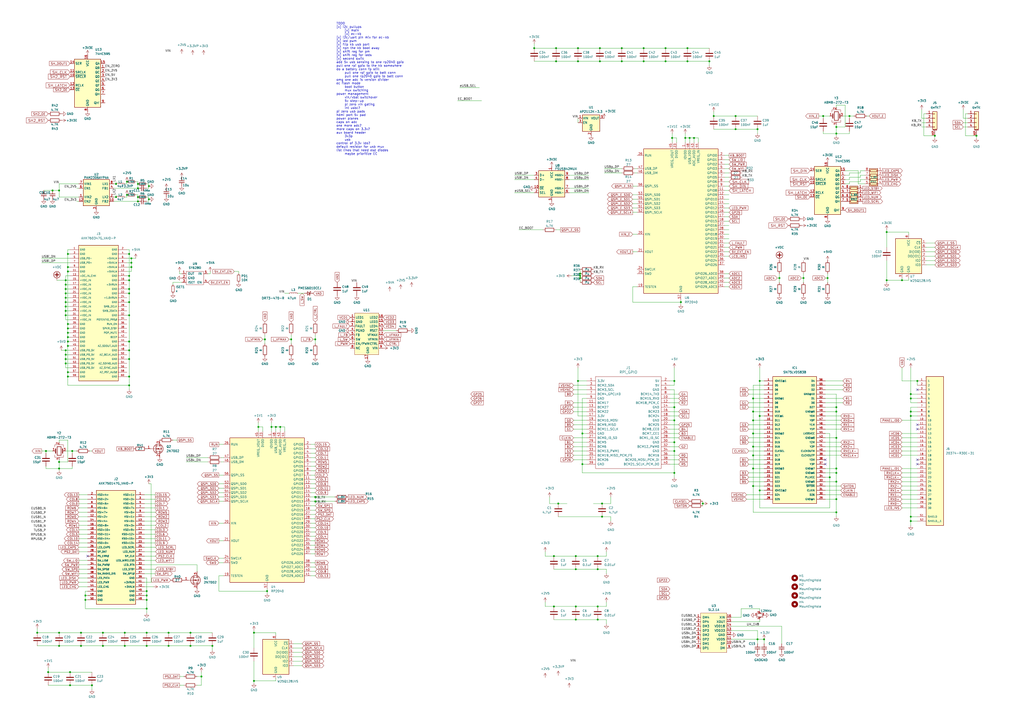
<source format=kicad_sch>
(kicad_sch (version 20231120) (generator "eeschema") (generator_version "8.0")
  (paper "A2")
  (junction (at 481.33 276.86))
  (junction (at 440.69 241.3))
  (junction (at 322.58 27.94))
  (junction (at 514.35 134.62))
  (junction (at 485.14 274.32))
  (junction (at 336.55 161.29))
  (junction (at 74.93 198.12))
  (junction (at 334.01 322.58))
  (junction (at 485.14 236.22))
  (junction (at 532.13 220.98))
  (junction (at 154.94 342.9))
  (junction (at 436.88 251.46))
  (junction (at 39.37 154.94))
  (junction (at 485.14 289.56))
  (junction (at 38.1 210.82))
  (junction (at 528.32 302.26))
  (junction (at 398.78 27.94))
  (junction (at 523.24 162.56))
  (junction (at 373.38 27.94))
  (junction (at 74.93 223.52))
  (junction (at 436.88 264.16))
  (junction (at 485.14 254))
  (junction (at 528.32 228.6))
  (junction (at 436.88 271.78))
  (junction (at 85.09 342.9))
  (junction (at 153.67 196.85))
  (junction (at 85.09 345.44))
  (junction (at 67.31 114.3))
  (junction (at 452.12 161.29))
  (junction (at 542.29 78.74))
  (junction (at 38.1 203.2))
  (junction (at 347.98 27.94))
  (junction (at 39.37 147.32))
  (junction (at 485.14 238.76))
  (junction (at 528.32 238.76))
  (junction (at 346.71 330.2))
  (junction (at 74.93 182.88))
  (junction (at 485.14 271.78))
  (junction (at 97.79 367.03))
  (junction (at 391.16 261.62))
  (junction (at 439.42 370.84))
  (junction (at 110.49 374.65))
  (junction (at 59.69 367.03))
  (junction (at 59.69 374.65))
  (junction (at 147.32 367.03))
  (junction (at 49.53 347.98))
  (junction (at 76.2 149.86))
  (junction (at 73.66 105.41))
  (junction (at 336.55 160.02))
  (junction (at 34.29 110.49))
  (junction (at 321.31 351.79))
  (junction (at 26.67 261.62))
  (junction (at 74.93 170.18))
  (junction (at 39.37 190.5))
  (junction (at 149.86 247.65))
  (junction (at 389.89 80.01))
  (junction (at 39.37 187.96))
  (junction (at 528.32 299.72))
  (junction (at 34.29 271.78))
  (junction (at 74.93 147.32))
  (junction (at 514.35 162.56))
  (junction (at 76.2 152.4))
  (junction (at 485.14 77.47))
  (junction (at 528.32 231.14))
  (junction (at 34.29 267.97))
  (junction (at 349.25 299.72))
  (junction (at 566.42 78.74))
  (junction (at 360.68 27.94))
  (junction (at 436.88 259.08))
  (junction (at 86.36 115.57))
  (junction (at 86.36 107.95))
  (junction (at 322.58 35.56))
  (junction (at 30.48 110.49))
  (junction (at 347.98 35.56))
  (junction (at 321.31 322.58))
  (junction (at 53.34 397.51))
  (junction (at 80.01 114.3))
  (junction (at 27.94 389.89))
  (junction (at 39.37 195.58))
  (junction (at 147.32 394.97))
  (junction (at 67.31 106.68))
  (junction (at 80.01 106.68))
  (junction (at 485.14 279.4))
  (junction (at 80.01 116.84))
  (junction (at 337.82 269.24))
  (junction (at 334.01 330.2))
  (junction (at 391.16 236.22))
  (junction (at 41.91 261.62))
  (junction (at 182.88 288.29))
  (junction (at 38.1 167.64))
  (junction (at 346.71 359.41))
  (junction (at 39.37 193.04))
  (junction (at 76.2 154.94))
  (junction (at 162.56 247.65))
  (junction (at 336.55 158.75))
  (junction (at 373.38 35.56))
  (junction (at 182.88 196.85))
  (junction (at 46.99 374.65))
  (junction (at 110.49 367.03))
  (junction (at 85.09 367.03))
  (junction (at 402.59 80.01))
  (junction (at 360.68 35.56))
  (junction (at 34.29 367.03))
  (junction (at 528.32 241.3))
  (junction (at 394.97 175.26))
  (junction (at 440.69 284.48))
  (junction (at 40.64 397.51))
  (junction (at 334.01 359.41))
  (junction (at 349.25 292.1))
  (junction (at 485.14 73.66))
  (junction (at 386.08 35.56))
  (junction (at 85.09 374.65))
  (junction (at 72.39 374.65))
  (junction (at 334.01 351.79))
  (junction (at 335.28 27.94))
  (junction (at 38.1 165.1))
  (junction (at 323.85 292.1))
  (junction (at 436.88 281.94))
  (junction (at 492.76 67.31))
  (junction (at 436.88 231.14))
  (junction (at 157.48 247.65))
  (junction (at 85.09 353.06))
  (junction (at 168.91 196.85))
  (junction (at 400.05 80.01))
  (junction (at 38.1 175.26))
  (junction (at 38.1 205.74))
  (junction (at 439.42 74.93))
  (junction (at 39.37 198.12))
  (junction (at 477.52 67.31))
  (junction (at 85.09 347.98))
  (junction (at 46.99 367.03))
  (junction (at 182.88 290.83))
  (junction (at 73.66 113.03))
  (junction (at 38.1 177.8))
  (junction (at 398.78 35.56))
  (junction (at 38.1 208.28))
  (junction (at 466.09 161.29))
  (junction (at 335.28 35.56))
  (junction (at 39.37 215.9))
  (junction (at 407.67 292.1))
  (junction (at 386.08 27.94))
  (junction (at 337.82 251.46))
  (junction (at 74.93 160.02))
  (junction (at 80.01 109.22))
  (junction (at 123.19 374.65))
  (junction (at 391.16 274.32))
  (junction (at 38.1 180.34))
  (junction (at 74.93 175.26))
  (junction (at 116.84 392.43))
  (junction (at 74.93 162.56))
  (junction (at 391.16 256.54))
  (junction (at 74.93 203.2))
  (junction (at 49.53 345.44))
  (junction (at 40.64 389.89))
  (junction (at 391.16 243.84))
  (junction (at 38.1 172.72))
  (junction (at 74.93 218.44))
  (junction (at 38.1 182.88))
  (junction (at 391.16 220.98))
  (junction (at 436.88 238.76))
  (junction (at 38.1 162.56))
  (junction (at 74.93 208.28))
  (junction (at 74.93 167.64))
  (junction (at 485.14 297.18))
  (junction (at 21.59 367.03))
  (junction (at 38.1 170.18))
  (junction (at 309.88 27.94))
  (junction (at 97.79 374.65))
  (junction (at 39.37 157.48))
  (junction (at 414.02 67.31))
  (junction (at 443.23 370.84))
  (junction (at 72.39 367.03))
  (junction (at 397.51 80.01))
  (junction (at 440.69 220.98))
  (junction (at 34.29 374.65))
  (junction (at 39.37 218.44))
  (junction (at 411.48 35.56))
  (junction (at 426.72 67.31))
  (junction (at 480.06 161.29))
  (junction (at 436.88 243.84))
  (junction (at 346.71 322.58))
  (junction (at 39.37 200.66))
  (junction (at 335.28 220.98))
  (junction (at 160.02 247.65))
  (junction (at 426.72 74.93))
  (junction (at 346.71 351.79))
  (no_connect (at 478.79 266.7))
  (no_connect (at 532.13 266.7))
  (no_connect (at 478.79 269.24))
  (no_connect (at 532.13 246.38))
  (no_connect (at 532.13 269.24))
  (no_connect (at 532.13 226.06))
  (no_connect (at 532.13 248.92))
  (no_connect (at 50.8 322.58))
  (wire (pts (xy 90.17 309.88) (xy 83.82 309.88)))
  (wire (pts (xy 354.33 292.1) (xy 354.33 288.29)))
  (wire (pts (xy 165.1 247.65) (xy 165.1 250.19)))
  (wire (pts (xy 478.79 281.94) (xy 487.68 281.94)))
  (wire (pts (xy 149.86 247.65) (xy 152.4 247.65)))
  (wire (pts (xy 388.62 233.68) (xy 393.7 233.68)))
  (wire (pts (xy 436.88 251.46) (xy 436.88 259.08)))
  (wire (pts (xy 367.03 135.89) (xy 369.57 135.89)))
  (wire (pts (xy 38.1 177.8) (xy 40.64 177.8)))
  (wire (pts (xy 41.91 261.62) (xy 38.1 261.62)))
  (wire (pts (xy 422.91 110.49) (xy 420.37 110.49)))
  (wire (pts (xy 53.34 397.51) (xy 40.64 397.51)))
  (wire (pts (xy 340.36 220.98) (xy 335.28 220.98)))
  (wire (pts (xy 332.74 228.6) (xy 340.36 228.6)))
  (wire (pts (xy 102.87 255.27) (xy 100.33 255.27)))
  (wire (pts (xy 440.69 284.48) (xy 440.69 294.64)))
  (wire (pts (xy 537.21 140.97) (xy 542.29 140.97)))
  (wire (pts (xy 349.25 299.72) (xy 354.33 299.72)))
  (wire (pts (xy 422.91 120.65) (xy 420.37 120.65)))
  (wire (pts (xy 440.69 360.68) (xy 440.69 359.41)))
  (wire (pts (xy 46.99 367.03) (xy 59.69 367.03)))
  (wire (pts (xy 492.76 77.47) (xy 492.76 76.2)))
  (wire (pts (xy 182.88 270.51) (xy 180.34 270.51)))
  (wire (pts (xy 332.74 254) (xy 340.36 254)))
  (wire (pts (xy 86.36 116.84) (xy 85.09 116.84)))
  (wire (pts (xy 154.94 342.9) (xy 154.94 341.63)))
  (wire (pts (xy 157.48 245.11) (xy 157.48 247.65)))
  (wire (pts (xy 439.42 74.93) (xy 439.42 77.47)))
  (wire (pts (xy 127 280.67) (xy 129.54 280.67)))
  (wire (pts (xy 402.59 80.01) (xy 405.13 80.01)))
  (wire (pts (xy 335.28 220.98) (xy 335.28 241.3)))
  (wire (pts (xy 170.18 378.46) (xy 175.26 378.46)))
  (wire (pts (xy 67.31 105.41) (xy 67.31 106.68)))
  (wire (pts (xy 74.93 198.12) (xy 74.93 182.88)))
  (wire (pts (xy 434.34 279.4) (xy 443.23 279.4)))
  (wire (pts (xy 182.88 306.07) (xy 180.34 306.07)))
  (wire (pts (xy 388.62 243.84) (xy 391.16 243.84)))
  (wire (pts (xy 424.18 358.14) (xy 429.895 358.14)))
  (wire (pts (xy 74.93 198.12) (xy 74.93 203.2)))
  (wire (pts (xy 83.82 342.9) (xy 85.09 342.9)))
  (wire (pts (xy 450.85 161.29) (xy 452.12 161.29)))
  (wire (pts (xy 542.29 78.74) (xy 542.29 80.01)))
  (wire (pts (xy 528.32 241.3) (xy 528.32 299.72)))
  (wire (pts (xy 38.1 180.34) (xy 38.1 177.8)))
  (wire (pts (xy 481.33 251.46) (xy 481.33 276.86)))
  (wire (pts (xy 443.23 264.16) (xy 436.88 264.16)))
  (wire (pts (xy 182.88 273.05) (xy 180.34 273.05)))
  (wire (pts (xy 40.64 203.2) (xy 38.1 203.2)))
  (wire (pts (xy 527.05 162.56) (xy 527.05 161.29)))
  (wire (pts (xy 523.24 261.62) (xy 532.13 261.62)))
  (wire (pts (xy 388.62 259.08) (xy 393.7 259.08)))
  (wire (pts (xy 434.34 266.7) (xy 443.23 266.7)))
  (wire (pts (xy 127 326.39) (xy 129.54 326.39)))
  (wire (pts (xy 160.02 367.03) (xy 160.02 368.3)))
  (wire (pts (xy 439.42 370.84) (xy 439.42 373.38)))
  (wire (pts (xy 26.67 271.78) (xy 34.29 271.78)))
  (wire (pts (xy 90.17 287.02) (xy 83.82 287.02)))
  (wire (pts (xy 422.91 118.11) (xy 420.37 118.11)))
  (wire (pts (xy 45.72 340.36) (xy 50.8 340.36)))
  (wire (pts (xy 323.85 299.72) (xy 349.25 299.72)))
  (wire (pts (xy 38.1 165.1) (xy 38.1 162.56)))
  (wire (pts (xy 74.93 218.44) (xy 74.93 223.52)))
  (wire (pts (xy 153.67 196.85) (xy 153.67 199.39)))
  (wire (pts (xy 443.23 370.84) (xy 443.23 373.38)))
  (wire (pts (xy 74.93 203.2) (xy 74.93 208.28)))
  (wire (pts (xy 83.82 347.98) (xy 85.09 347.98)))
  (wire (pts (xy 560.07 78.74) (xy 566.42 78.74)))
  (wire (pts (xy 485.14 274.32) (xy 485.14 279.4)))
  (wire (pts (xy 44.45 109.22) (xy 45.72 109.22)))
  (wire (pts (xy 127 290.83) (xy 129.54 290.83)))
  (wire (pts (xy 523.24 213.36) (xy 523.24 220.98)))
  (wire (pts (xy 182.88 300.99) (xy 180.34 300.99)))
  (wire (pts (xy 121.92 158.75) (xy 120.65 158.75)))
  (wire (pts (xy 331.47 160.02) (xy 336.55 160.02)))
  (wire (pts (xy 325.12 133.35) (xy 322.58 133.35)))
  (wire (pts (xy 422.91 97.79) (xy 420.37 97.79)))
  (wire (pts (xy 49.53 345.44) (xy 49.53 347.98)))
  (wire (pts (xy 434.34 233.68) (xy 443.23 233.68)))
  (wire (pts (xy 422.91 166.37) (xy 420.37 166.37)))
  (wire (pts (xy 39.37 193.04) (xy 40.64 193.04)))
  (wire (pts (xy 323.85 292.1) (xy 328.93 292.1)))
  (wire (pts (xy 485.14 78.74) (xy 485.14 77.47)))
  (wire (pts (xy 337.82 231.14) (xy 340.36 231.14)))
  (wire (pts (xy 45.72 309.88) (xy 50.8 309.88)))
  (wire (pts (xy 149.86 245.11) (xy 149.86 247.65)))
  (wire (pts (xy 182.88 289.56) (xy 182.88 288.29)))
  (wire (pts (xy 49.53 347.98) (xy 49.53 353.06)))
  (wire (pts (xy 332.74 243.84) (xy 340.36 243.84)))
  (wire (pts (xy 53.34 397.51) (xy 53.34 400.05)))
  (wire (pts (xy 72.39 367.03) (xy 85.09 367.03)))
  (wire (pts (xy 38.1 210.82) (xy 40.64 210.82)))
  (wire (pts (xy 138.43 158.75) (xy 138.43 157.48)))
  (wire (pts (xy 86.36 107.95) (xy 86.36 109.22)))
  (wire (pts (xy 394.97 175.26) (xy 394.97 173.99)))
  (wire (pts (xy 388.62 264.16) (xy 393.7 264.16)))
  (wire (pts (xy 337.82 251.46) (xy 337.82 269.24)))
  (wire (pts (xy 422.91 163.83) (xy 420.37 163.83)))
  (wire (pts (xy 34.29 374.65) (xy 46.99 374.65)))
  (wire (pts (xy 182.88 308.61) (xy 180.34 308.61)))
  (wire (pts (xy 182.88 295.91) (xy 180.34 295.91)))
  (wire (pts (xy 532.13 233.68) (xy 528.32 233.68)))
  (wire (pts (xy 422.91 128.27) (xy 420.37 128.27)))
  (wire (pts (xy 39.37 157.48) (xy 39.37 154.94)))
  (wire (pts (xy 45.72 294.64) (xy 50.8 294.64)))
  (wire (pts (xy 116.84 389.89) (xy 116.84 392.43)))
  (wire (pts (xy 436.88 259.08) (xy 443.23 259.08)))
  (wire (pts (xy 39.37 200.66) (xy 39.37 215.9)))
  (wire (pts (xy 478.79 246.38) (xy 487.68 246.38)))
  (wire (pts (xy 501.65 101.6) (xy 499.11 101.6)))
  (wire (pts (xy 147.32 367.03) (xy 147.32 375.92)))
  (wire (pts (xy 466.09 161.29) (xy 466.09 158.75)))
  (wire (pts (xy 39.37 267.97) (xy 34.29 267.97)))
  (wire (pts (xy 523.24 259.08) (xy 532.13 259.08)))
  (wire (pts (xy 182.88 288.29) (xy 194.31 288.29)))
  (wire (pts (xy 422.91 90.17) (xy 420.37 90.17)))
  (wire (pts (xy 172.72 170.18) (xy 176.53 170.18)))
  (wire (pts (xy 24.13 152.4) (xy 40.64 152.4)))
  (wire (pts (xy 388.62 231.14) (xy 393.7 231.14)))
  (wire (pts (xy 388.62 266.7) (xy 393.7 266.7)))
  (wire (pts (xy 85.09 114.3) (xy 86.36 114.3)))
  (wire (pts (xy 76.2 157.48) (xy 73.66 157.48)))
  (wire (pts (xy 90.17 294.64) (xy 83.82 294.64)))
  (wire (pts (xy 422.91 146.05) (xy 420.37 146.05)))
  (wire (pts (xy 182.88 298.45) (xy 180.34 298.45)))
  (wire (pts (xy 127 283.21) (xy 129.54 283.21)))
  (wire (pts (xy 38.1 167.64) (xy 40.64 167.64)))
  (wire (pts (xy 78.74 113.03) (xy 80.01 113.03)))
  (wire (pts (xy 73.66 170.18) (xy 74.93 170.18)))
  (wire (pts (xy 481.33 294.64) (xy 440.69 294.64)))
  (wire (pts (xy 266.7 50.8) (xy 278.13 50.8)))
  (wire (pts (xy 86.36 115.57) (xy 86.36 116.84)))
  (wire (pts (xy 160.02 247.65) (xy 160.02 250.19)))
  (wire (pts (xy 59.69 367.03) (xy 72.39 367.03)))
  (wire (pts (xy 182.88 331.47) (xy 180.34 331.47)))
  (wire (pts (xy 182.88 303.53) (xy 180.34 303.53)))
  (wire (pts (xy 45.72 292.1) (xy 50.8 292.1)))
  (wire (pts (xy 523.24 256.54) (xy 532.13 256.54)))
  (wire (pts (xy 477.52 77.47) (xy 485.14 77.47)))
  (wire (pts (xy 26.67 271.78) (xy 26.67 270.51)))
  (wire (pts (xy 394.97 176.53) (xy 394.97 175.26)))
  (wire (pts (xy 127 285.75) (xy 129.54 285.75)))
  (wire (pts (xy 492.76 67.31) (xy 488.95 67.31)))
  (wire (pts (xy 477.52 77.47) (xy 477.52 76.2)))
  (wire (pts (xy 514.35 162.56) (xy 523.24 162.56)))
  (wire (pts (xy 74.93 167.64) (xy 74.93 162.56)))
  (wire (pts (xy 39.37 147.32) (xy 40.64 147.32)))
  (wire (pts (xy 309.88 104.14) (xy 298.45 104.14)))
  (wire (pts (xy 485.14 236.22) (xy 485.14 238.76)))
  (wire (pts (xy 434.34 276.86) (xy 443.23 276.86)))
  (wire (pts (xy 74.93 208.28) (xy 74.93 218.44)))
  (wire (pts (xy 135.89 157.48) (xy 138.43 157.48)))
  (wire (pts (xy 436.88 238.76) (xy 443.23 238.76)))
  (wire (pts (xy 534.67 73.66) (xy 537.21 73.66)))
  (wire (pts (xy 478.79 228.6) (xy 485.14 228.6)))
  (wire (pts (xy 532.13 236.22) (xy 528.32 236.22)))
  (wire (pts (xy 74.93 147.32) (xy 73.66 147.32)))
  (wire (pts (xy 492.76 100.33) (xy 492.76 101.6)))
  (wire (pts (xy 332.74 233.68) (xy 340.36 233.68)))
  (wire (pts (xy 514.35 133.35) (xy 514.35 134.62)))
  (wire (pts (xy 558.8 63.5) (xy 558.8 68.58)))
  (wire (pts (xy 532.13 231.14) (xy 528.32 231.14)))
  (wire (pts (xy 436.88 231.14) (xy 436.88 238.76)))
  (wire (pts (xy 532.13 220.98) (xy 532.13 223.52)))
  (wire (pts (xy 147.32 383.54) (xy 147.32 394.97)))
  (wire (pts (xy 73.66 152.4) (xy 76.2 152.4)))
  (wire (pts (xy 149.86 247.65) (xy 149.86 250.19)))
  (wire (pts (xy 180.34 290.83) (xy 182.88 290.83)))
  (wire (pts (xy 147.32 396.24) (xy 147.32 394.97)))
  (wire (pts (xy 180.34 288.29) (xy 182.88 288.29)))
  (wire (pts (xy 422.91 105.41) (xy 420.37 105.41)))
  (wire (pts (xy 478.79 251.46) (xy 481.33 251.46)))
  (wire (pts (xy 335.28 241.3) (xy 340.36 241.3)))
  (wire (pts (xy 100.33 163.83) (xy 100.33 165.1)))
  (wire (pts (xy 127 303.53) (xy 129.54 303.53)))
  (wire (pts (xy 80.01 106.68) (xy 80.01 109.22)))
  (wire (pts (xy 411.48 35.56) (xy 411.48 38.1)))
  (wire (pts (xy 87.63 337.82) (xy 87.63 280.67)))
  (wire (pts (xy 88.9 340.36) (xy 83.82 340.36)))
  (wire (pts (xy 170.18 375.92) (xy 175.26 375.92)))
  (wire (pts (xy 182.88 196.85) (xy 182.88 194.31)))
  (wire (pts (xy 528.32 238.76) (xy 528.32 241.3)))
  (wire (pts (xy 147.32 365.76) (xy 147.32 367.03)))
  (wire (pts (xy 39.37 200.66) (xy 40.64 200.66)))
  (wire (pts (xy 440.69 213.36) (xy 440.69 220.98)))
  (wire (pts (xy 128.27 265.43) (xy 129.54 265.43)))
  (wire (pts (xy 535.94 78.74) (xy 542.29 78.74)))
  (wire (pts (xy 38.1 203.2) (xy 38.1 205.74)))
  (wire (pts (xy 334.01 351.79) (xy 346.71 351.79)))
  (wire (pts (xy 121.92 157.48) (xy 121.92 158.75)))
  (wire (pts (xy 83.82 337.82) (xy 87.63 337.82)))
  (wire (pts (xy 422.91 92.71) (xy 420.37 92.71)))
  (wire (pts (xy 26.67 261.62) (xy 30.48 261.62)))
  (wire (pts (xy 349.25 292.1) (xy 354.33 292.1)))
  (wire (pts (xy 492.76 104.14) (xy 490.22 104.14)))
  (wire (pts (xy 38.1 205.74) (xy 38.1 208.28)))
  (wire (pts (xy 398.78 27.94) (xy 411.48 27.94)))
  (wire (pts (xy 422.91 123.19) (xy 420.37 123.19)))
  (wire (pts (xy 478.79 279.4) (xy 485.14 279.4)))
  (wire (pts (xy 478.79 248.92) (xy 487.68 248.92)))
  (wire (pts (xy 336.55 156.21) (xy 336.55 158.75)))
  (wire (pts (xy 436.88 238.76) (xy 436.88 243.84)))
  (wire (pts (xy 45.72 304.8) (xy 50.8 304.8)))
  (wire (pts (xy 38.1 208.28) (xy 38.1 210.82)))
  (wire (pts (xy 492.76 105.41) (xy 492.76 106.68)))
  (wire (pts (xy 97.79 367.03) (xy 110.49 367.03)))
  (wire (pts (xy 182.88 283.21) (xy 180.34 283.21)))
  (wire (pts (xy 436.88 243.84) (xy 436.88 251.46)))
  (wire (pts (xy 182.88 328.93) (xy 180.34 328.93)))
  (wire (pts (xy 39.37 187.96) (xy 40.64 187.96)))
  (wire (pts (xy 561.34 66.04) (xy 560.07 66.04)))
  (wire (pts (xy 73.66 144.78) (xy 74.93 144.78)))
  (wire (pts (xy 73.66 113.03) (xy 73.66 114.3)))
  (wire (pts (xy 434.34 261.62) (xy 443.23 261.62)))
  (wire (pts (xy 153.67 196.85) (xy 153.67 194.31)))
  (wire (pts (xy 167.64 196.85) (xy 168.91 196.85)))
  (wire (pts (xy 478.79 241.3) (xy 487.68 241.3)))
  (wire (pts (xy 104.14 157.48) (xy 104.14 158.75)))
  (wire (pts (xy 330.2 101.6) (xy 341.63 101.6)))
  (wire (pts (xy 501.65 104.14) (xy 499.11 104.14)))
  (wire (pts (xy 337.82 269.24) (xy 337.82 274.32)))
  (wire (pts (xy 39.37 198.12) (xy 39.37 195.58)))
  (wire (pts (xy 83.82 289.56) (xy 90.17 289.56)))
  (wire (pts (xy 497.84 106.68) (xy 497.84 99.06)))
  (wire (pts (xy 347.98 27.94) (xy 360.68 27.94)))
  (wire (pts (xy 34.29 267.97) (xy 34.29 266.7)))
  (wire (pts (xy 336.55 161.29) (xy 336.55 163.83)))
  (wire (pts (xy 388.62 223.52) (xy 391.16 223.52)))
  (wire (pts (xy 492.76 106.68) (xy 490.22 106.68)))
  (wire (pts (xy 24.13 149.86) (xy 40.64 149.86)))
  (wire (pts (xy 76.2 154.94) (xy 76.2 157.48)))
  (wire (pts (xy 523.24 264.16) (xy 532.13 264.16)))
  (wire (pts (xy 336.55 158.75) (xy 336.55 160.02)))
  (wire (pts (xy 38.1 205.74) (xy 40.64 205.74)))
  (wire (pts (xy 33.02 162.56) (xy 38.1 162.56)))
  (wire (pts (xy 86.36 114.3) (xy 86.36 115.57)))
  (wire (pts (xy 90.17 304.8) (xy 83.82 304.8)))
  (wire (pts (xy 127 288.29) (xy 129.54 288.29)))
  (wire (pts (xy 322.58 27.94) (xy 335.28 27.94)))
  (wire (pts (xy 332.74 264.16) (xy 340.36 264.16)))
  (wire (pts (xy 182.88 267.97) (xy 180.34 267.97)))
  (wire (pts (xy 182.88 196.85) (xy 182.88 199.39)))
  (wire (pts (xy 535.94 66.04) (xy 535.94 78.74)))
  (wire (pts (xy 477.52 68.58) (xy 477.52 67.31)))
  (wire (pts (xy 34.29 114.3) (xy 45.72 114.3)))
  (wire (pts (xy 21.59 364.49) (xy 21.59 367.03)))
  (wire (pts (xy 222.25 191.77) (xy 229.87 191.77)))
  (wire (pts (xy 38.1 160.02) (xy 40.64 160.02)))
  (wire (pts (xy 537.21 153.67) (xy 542.29 153.67)))
  (wire (pts (xy 38.1 172.72) (xy 40.64 172.72)))
  (wire (pts (xy 350.52 100.33) (xy 360.68 100.33)))
  (wire (pts (xy 433.07 289.56) (xy 443.23 289.56)))
  (wire (pts (xy 332.74 238.76) (xy 340.36 238.76)))
  (wire (pts (xy 170.18 383.54) (xy 175.26 383.54)))
  (wire (pts (xy 440.69 241.3) (xy 440.69 284.48)))
  (wire (pts (xy 499.11 101.6) (xy 499.11 102.87)))
  (wire (pts (xy 39.37 157.48) (xy 40.64 157.48)))
  (wire (pts (xy 389.89 80.01) (xy 392.43 80.01)))
  (wire (pts (xy 367.03 166.37) (xy 367.03 175.26)))
  (wire (pts (xy 534.67 63.5) (xy 534.67 68.58)))
  (wire (pts (xy 45.72 335.28) (xy 50.8 335.28)))
  (wire (pts (xy 436.88 259.08) (xy 436.88 264.16)))
  (wire (pts (xy 528.32 302.26) (xy 532.13 302.26)))
  (wire (pts (xy 182.88 316.23) (xy 180.34 316.23)))
  (wire (pts (xy 85.09 374.65) (xy 97.79 374.65)))
  (wire (pts (xy 478.79 261.62) (xy 487.68 261.62)))
  (wire (pts (xy 402.59 80.01) (xy 402.59 82.55)))
  (wire (pts (xy 480.06 161.29) (xy 480.06 158.75)))
  (wire (pts (xy 492.76 68.58) (xy 492.76 67.31)))
  (wire (pts (xy 422.91 102.87) (xy 420.37 102.87)))
  (wire (pts (xy 38.1 162.56) (xy 38.1 160.02)))
  (wire (pts (xy 34.29 106.68) (xy 34.29 110.49)))
  (wire (pts (xy 367.03 118.11) (xy 369.57 118.11)))
  (wire (pts (xy 80.01 105.41) (xy 80.01 106.68)))
  (wire (pts (xy 528.32 228.6) (xy 532.13 228.6)))
  (wire (pts (xy 25.4 110.49) (xy 30.48 110.49)))
  (wire (pts (xy 330.2 109.22) (xy 341.63 109.22)))
  (wire (pts (xy 50.8 342.9) (xy 49.53 342.9)))
  (wire (pts (xy 309.88 27.94) (xy 322.58 27.94)))
  (wire (pts (xy 335.28 35.56) (xy 347.98 35.56)))
  (wire (pts (xy 21.59 374.65) (xy 34.29 374.65)))
  (wire (pts (xy 85.09 106.68) (xy 86.36 106.68)))
  (wire (pts (xy 90.17 330.2) (xy 83.82 330.2)))
  (wire (pts (xy 34.29 255.27) (xy 39.37 255.27)))
  (wire (pts (xy 485.14 271.78) (xy 485.14 274.32)))
  (wire (pts (xy 523.24 220.98) (xy 532.13 220.98)))
  (wire (pts (xy 492.76 102.87) (xy 492.76 104.14)))
  (wire (pts (xy 485.14 77.47) (xy 492.76 77.47)))
  (wire (pts (xy 528.32 304.8) (xy 528.32 302.26)))
  (wire (pts (xy 566.42 78.74) (xy 566.42 80.01)))
  (wire (pts (xy 485.14 62.23) (xy 485.14 60.96)))
  (wire (pts (xy 34.29 273.05) (xy 34.29 271.78)))
  (wire (pts (xy 45.72 317.5) (xy 50.8 317.5)))
  (wire (pts (xy 46.99 374.65) (xy 59.69 374.65)))
  (wire (pts (xy 528.32 213.36) (xy 528.32 228.6)))
  (wire (pts (xy 127 275.59) (xy 129.54 275.59)))
  (wire (pts (xy 160.02 394.97) (xy 160.02 393.7)))
  (wire (pts (xy 360.68 35.56) (xy 373.38 35.56)))
  (wire (pts (xy 434.34 236.22) (xy 443.23 236.22)))
  (wire (pts (xy 66.04 116.84) (xy 80.01 116.84)))
  (wire (pts (xy 490.22 60.96) (xy 490.22 73.66)))
  (wire (pts (xy 523.24 276.86) (xy 532.13 276.86)))
  (wire (pts (xy 433.07 287.02) (xy 443.23 287.02)))
  (wire (pts (xy 182.88 278.13) (xy 180.34 278.13)))
  (wire (pts (xy 523.24 274.32) (xy 532.13 274.32)))
  (wire (pts (xy 368.3 100.33) (xy 369.57 100.33)))
  (wire (pts (xy 485.14 73.66) (xy 485.14 72.39)))
  (wire (pts (xy 85.09 342.9) (xy 85.09 345.44)))
  (wire (pts (xy 90.17 307.34) (xy 83.82 307.34)))
  (wire (pts (xy 182.88 334.01) (xy 180.34 334.01)))
  (wire (pts (xy 367.03 115.57) (xy 369.57 115.57)))
  (wire (pts (xy 182.88 313.69) (xy 180.34 313.69)))
  (wire (pts (xy 107.95 265.43) (xy 120.65 265.43)))
  (wire (pts (xy 73.66 149.86) (xy 76.2 149.86)))
  (wire (pts (xy 45.72 337.82) (xy 50.8 337.82)))
  (wire (pts (xy 434.34 274.32) (xy 443.23 274.32)))
  (wire (pts (xy 388.62 226.06) (xy 391.16 226.06)))
  (wire (pts (xy 386.08 35.56) (xy 398.78 35.56)))
  (wire (pts (xy 90.17 322.58) (xy 83.82 322.58)))
  (wire (pts (xy 335.28 213.36) (xy 335.28 220.98)))
  (wire (pts (xy 391.16 213.36) (xy 391.16 220.98)))
  (wire (pts (xy 39.37 190.5) (xy 40.64 190.5)))
  (wire (pts (xy 309.88 101.6) (xy 298.45 101.6)))
  (wire (pts (xy 90.17 320.04) (xy 83.82 320.04)))
  (wire (pts (xy 391.16 261.62) (xy 391.16 274.32)))
  (wire (pts (xy 422.91 130.81) (xy 420.37 130.81)))
  (wire (pts (xy 321.31 359.41) (xy 334.01 359.41)))
  (wire (pts (xy 388.62 241.3) (xy 393.7 241.3)))
  (wire (pts (xy 527.05 134.62) (xy 527.05 135.89)))
  (wire (pts (xy 514.35 163.83) (xy 514.35 162.56)))
  (wire (pts (xy 337.82 269.24) (xy 340.36 269.24)))
  (wire (pts (xy 73.66 182.88) (xy 74.93 182.88)))
  (wire (pts (xy 337.82 251.46) (xy 340.36 251.46)))
  (wire (pts (xy 45.72 330.2) (xy 50.8 330.2)))
  (wire (pts (xy 321.31 351.79) (xy 334.01 351.79)))
  (wire (pts (xy 388.62 256.54) (xy 391.16 256.54)))
  (wire (pts (xy 478.79 271.78) (xy 485.14 271.78)))
  (wire (pts (xy 523.24 251.46) (xy 532.13 251.46)))
  (wire (pts (xy 452.12 161.29) (xy 452.12 163.83)))
  (wire (pts (xy 39.37 195.58) (xy 40.64 195.58)))
  (wire (pts (xy 66.04 114.3) (xy 67.31 114.3)))
  (wire (pts (xy 388.62 251.46) (xy 393.7 251.46)))
  (wire (pts (xy 265.43 58.42) (xy 279.4 58.42)))
  (wire (pts (xy 388.62 261.62) (xy 391.16 261.62)))
  (wire (pts (xy 39.37 255.27) (xy 39.37 267.97)))
  (wire (pts (xy 34.29 110.49) (xy 30.48 110.49)))
  (wire (pts (xy 336.55 160.02) (xy 336.55 161.29)))
  (wire (pts (xy 182.88 293.37) (xy 180.34 293.37)))
  (wire (pts (xy 558.8 68.58) (xy 561.34 68.58)))
  (wire (pts (xy 76.2 152.4) (xy 76.2 154.94)))
  (wire (pts (xy 436.88 281.94) (xy 436.88 297.18)))
  (wire (pts (xy 34.29 106.68) (xy 45.72 106.68)))
  (wire (pts (xy 147.32 367.03) (xy 160.02 367.03)))
  (wire (pts (xy 182.88 321.31) (xy 180.34 321.31)))
  (wire (pts (xy 83.82 327.66) (xy 114.3 327.66)))
  (wire (pts (xy 330.2 111.76) (xy 341.63 111.76)))
  (wire (pts (xy 330.2 104.14) (xy 341.63 104.14)))
  (wire (pts (xy 414.02 74.93) (xy 426.72 74.93)))
  (wire (pts (xy 443.23 243.84) (xy 436.88 243.84)))
  (wire (pts (xy 478.79 236.22) (xy 485.14 236.22)))
  (wire (pts (xy 537.21 151.13) (xy 542.29 151.13)))
  (wire (pts (xy 85.09 367.03) (xy 97.79 367.03)))
  (wire (pts (xy 558.8 73.66) (xy 561.34 73.66)))
  (wire (pts (xy 436.88 271.78) (xy 443.23 271.78)))
  (wire (pts (xy 478.79 284.48) (xy 487.68 284.48)))
  (wire (pts (xy 76.2 149.86) (xy 78.74 149.86)))
  (wire (pts (xy 73.66 105.41) (xy 73.66 106.68)))
  (wire (pts (xy 346.71 322.58) (xy 351.79 322.58)))
  (wire (pts (xy 499.11 100.33) (xy 492.76 100.33)))
  (wire (pts (xy 367.03 146.05) (xy 369.57 146.05)))
  (wire (pts (xy 389.89 80.01) (xy 389.89 82.55)))
  (wire (pts (xy 38.1 175.26) (xy 38.1 172.72)))
  (wire (pts (xy 90.17 325.12) (xy 83.82 325.12)))
  (wire (pts (xy 321.31 322.58) (xy 334.01 322.58)))
  (wire (pts (xy 367.03 123.19) (xy 369.57 123.19)))
  (wire (pts (xy 335.28 68.58) (xy 335.28 71.12)))
  (wire (pts (xy 38.1 170.18) (xy 40.64 170.18)))
  (wire (pts (xy 452.12 161.29) (xy 452.12 158.75)))
  (wire (pts (xy 422.91 113.03) (xy 420.37 113.03)))
  (wire (pts (xy 182.88 290.83) (xy 194.31 290.83)))
  (wire (pts (xy 49.53 347.98) (xy 50.8 347.98)))
  (wire (pts (xy 26.67 262.89) (xy 26.67 261.62)))
  (wire (pts (xy 440.69 353.06) (xy 440.69 354.33)))
  (wire (pts (xy 332.74 266.7) (xy 340.36 266.7)))
  (wire (pts (xy 76.2 149.86) (xy 76.2 152.4)))
  (wire (pts (xy 165.1 170.18) (xy 167.64 170.18)))
  (wire (pts (xy 334.01 330.2) (xy 346.71 330.2)))
  (wire (pts (xy 478.79 226.06) (xy 488.95 226.06)))
  (wire (pts (xy 90.17 297.18) (xy 83.82 297.18)))
  (wire (pts (xy 439.42 370.84) (xy 443.23 370.84)))
  (wire (pts (xy 434.34 269.24) (xy 443.23 269.24)))
  (wire (pts (xy 45.72 299.72) (xy 50.8 299.72)))
  (wire (pts (xy 27.94 389.89) (xy 40.64 389.89)))
  (wire (pts (xy 38.1 177.8) (xy 38.1 175.26)))
  (wire (pts (xy 45.72 289.56) (xy 50.8 289.56)))
  (wire (pts (xy 436.88 223.52) (xy 436.88 231.14)))
  (wire (pts (xy 78.74 105.41) (xy 80.01 105.41)))
  (wire (pts (xy 45.72 314.96) (xy 50.8 314.96)))
  (wire (pts (xy 485.14 228.6) (xy 485.14 236.22)))
  (wire (pts (xy 440.69 284.48) (xy 443.23 284.48)))
  (wire (pts (xy 478.79 289.56) (xy 485.14 289.56)))
  (wire (pts (xy 182.88 311.15) (xy 180.34 311.15)))
  (wire (pts (xy 45.72 297.18) (xy 50.8 297.18)))
  (wire (pts (xy 351.79 332.74) (xy 351.79 330.2)))
  (wire (pts (xy 478.79 161.29) (xy 480.06 161.29)))
  (wire (pts (xy 490.22 73.66) (xy 485.14 73.66)))
  (wire (pts (xy 334.01 322.58) (xy 346.71 322.58)))
  (wire (pts (xy 72.39 114.3) (xy 73.66 114.3)))
  (wire (pts (xy 154.94 344.17) (xy 154.94 342.9)))
  (wire (pts (xy 332.74 248.92) (xy 340.36 248.92)))
  (wire (pts (xy 157.48 247.65) (xy 160.02 247.65)))
  (wire (pts (xy 38.1 180.34) (xy 38.1 182.88)))
  (wire (pts (xy 407.67 290.83) (xy 407.67 292.1)))
  (wire (pts (xy 478.79 243.84) (xy 487.68 243.84)))
  (wire (pts (xy 157.48 247.65) (xy 157.48 250.19)))
  (wire (pts (xy 481.33 276.86) (xy 481.33 294.64)))
  (wire (pts (xy 422.91 115.57) (xy 420.37 115.57)))
  (wire (pts (xy 351.79 361.95) (xy 351.79 359.41)))
  (wire (pts (xy 170.18 381) (xy 175.26 381)))
  (wire (pts (xy 74.93 160.02) (xy 74.93 147.32)))
  (wire (pts (xy 478.79 238.76) (xy 485.14 238.76)))
  (wire (pts (xy 528.32 228.6) (xy 528.32 231.14)))
  (wire (pts (xy 114.3 392.43) (xy 116.84 392.43)))
  (wire (pts (xy 497.84 99.06) (xy 490.22 99.06)))
  (wire (pts (xy 478.79 233.68) (xy 488.95 233.68)))
  (wire (pts (xy 391.16 236.22) (xy 391.16 243.84)))
  (wire (pts (xy 182.88 318.77) (xy 180.34 318.77)))
  (wire (pts (xy 83.82 302.26) (xy 90.17 302.26)))
  (wire (pts (xy 147.32 394.97) (xy 160.02 394.97)))
  (wire (pts (xy 38.1 170.18) (xy 38.1 167.64)))
  (wire (pts (xy 106.68 397.51) (xy 104.14 397.51)))
  (wire (pts (xy 73.66 218.44) (xy 74.93 218.44)))
  (wire (pts (xy 523.24 279.4) (xy 532.13 279.4)))
  (wire (pts (xy 440.69 220.98) (xy 440.69 241.3)))
  (wire (pts (xy 523.24 294.64) (xy 532.13 294.64)))
  (wire (pts (xy 368.3 97.79) (xy 369.57 97.79)))
  (wire (pts (xy 182.88 257.81) (xy 180.34 257.81)))
  (wire (pts (xy 298.45 111.76) (xy 309.88 111.76)))
  (wire (pts (xy 499.11 99.06) (xy 499.11 100.33)))
  (wire (pts (xy 478.79 223.52) (xy 488.95 223.52)))
  (wire (pts (xy 107.95 267.97) (xy 120.65 267.97)))
  (wire (pts (xy 85.09 345.44) (xy 85.09 347.98)))
  (wire (pts (xy 478.79 287.02) (xy 487.68 287.02)))
  (wire (pts (xy 39.37 144.78) (xy 39.37 147.32)))
  (wire (pts (xy 181.61 196.85) (xy 182.88 196.85)))
  (wire (pts (xy 40.64 389.89) (xy 53.34 389.89)))
  (wire (pts (xy 39.37 187.96) (xy 39.37 157.48)))
  (wire (pts (xy 424.18 360.68) (xy 440.69 360.68)))
  (wire (pts (xy 499.11 105.41) (xy 492.76 105.41)))
  (wire (pts (xy 422.91 161.29) (xy 420.37 161.29)))
  (wire (pts (xy 24.13 261.62) (xy 26.67 261.62)))
  (wire (pts (xy 480.06 161.29) (xy 480.06 163.83)))
  (wire (pts (xy 369.57 166.37) (xy 367.03 166.37)))
  (wire (pts (xy 367.03 113.03) (xy 369.57 113.03)))
  (wire (pts (xy 80.01 116.84) (xy 80.01 114.3)))
  (wire (pts (xy 478.79 276.86) (xy 481.33 276.86)))
  (wire (pts (xy 40.64 182.88) (xy 38.1 182.88)))
  (wire (pts (xy 558.8 71.12) (xy 561.34 71.12)))
  (wire (pts (xy 332.74 223.52) (xy 340.36 223.52)))
  (wire (pts (xy 90.17 317.5) (xy 83.82 317.5)))
  (wire (pts (xy 39.37 215.9) (xy 39.37 218.44)))
  (wire (pts (xy 86.36 106.68) (xy 86.36 107.95)))
  (wire (pts (xy 424.18 365.76) (xy 439.42 365.76)))
  (wire (pts (xy 127 342.9) (xy 154.94 342.9)))
  (wire (pts (xy 127 323.85) (xy 129.54 323.85)))
  (wire (pts (xy 523.24 287.02) (xy 532.13 287.02)))
  (wire (pts (xy 90.17 332.74) (xy 83.82 332.74)))
  (wire (pts (xy 86.36 109.22) (xy 85.09 109.22)))
  (wire (pts (xy 35.56 203.2) (xy 38.1 203.2)))
  (wire (pts (xy 34.29 114.3) (xy 34.29 110.49)))
  (wire (pts (xy 414.02 67.31) (xy 426.72 67.31)))
  (wire (pts (xy 528.32 236.22) (xy 528.32 238.76)))
  (wire (pts (xy 34.29 256.54) (xy 34.29 255.27)))
  (wire (pts (xy 316.23 320.04) (xy 316.23 322.58)))
  (wire (pts (xy 478.79 259.08) (xy 487.68 259.08)))
  (wire (pts (xy 45.72 320.04) (xy 50.8 320.04)))
  (wire (pts (xy 332.74 246.38) (xy 340.36 246.38)))
  (wire (pts (xy 478.79 231.14) (xy 488.95 231.14)))
  (wire (pts (xy 422.91 95.25) (xy 420.37 95.25)))
  (wire (pts (xy 73.66 154.94) (xy 76.2 154.94)))
  (wire (pts (xy 422.91 125.73) (xy 420.37 125.73)))
  (wire (pts (xy 168.91 196.85) (xy 168.91 194.31)))
  (wire (pts (xy 66.04 109.22) (xy 80.01 109.22)))
  (wire (pts (xy 528.32 238.76) (xy 532.13 238.76)))
  (wire (pts (xy 537.21 148.59) (xy 542.29 148.59)))
  (wire (pts (xy 514.35 134.62) (xy 527.05 134.62)))
  (wire (pts (xy 523.24 161.29) (xy 523.24 162.56)))
  (wire (pts (xy 128.27 267.97) (xy 129.54 267.97)))
  (wire (pts (xy 400.05 80.01) (xy 400.05 82.55)))
  (wire (pts (xy 407.67 292.1) (xy 407.67 293.37)))
  (wire (pts (xy 127 334.01) (xy 127 342.9)))
  (wire (pts (xy 347.98 35.56) (xy 360.68 35.56)))
  (wire (pts (xy 182.88 285.75) (xy 180.34 285.75)))
  (wire (pts (xy 492.76 101.6) (xy 490.22 101.6)))
  (wire (pts (xy 478.79 274.32) (xy 485.14 274.32)))
  (wire (pts (xy 85.09 335.28) (xy 85.09 342.9)))
  (wire (pts (xy 73.66 167.64) (xy 74.93 167.64)))
  (wire (pts (xy 73.66 198.12) (xy 74.93 198.12)))
  (wire (pts (xy 162.56 247.65) (xy 162.56 250.19)))
  (wire (pts (xy 45.72 307.34) (xy 50.8 307.34)))
  (wire (pts (xy 436.88 264.16) (xy 436.88 271.78)))
  (wire (pts (xy 45.72 327.66) (xy 50.8 327.66)))
  (wire (pts (xy 90.17 292.1) (xy 83.82 292.1)))
  (wire (pts (xy 344.17 292.1) (xy 349.25 292.1)))
  (wire (pts (xy 386.08 27.94) (xy 398.78 27.94)))
  (wire (pts (xy 38.1 175.26) (xy 40.64 175.26)))
  (wire (pts (xy 123.19 374.65) (xy 123.19 377.19)))
  (wire (pts (xy 318.77 292.1) (xy 323.85 292.1)))
  (wire (pts (xy 388.62 254) (xy 393.7 254)))
  (wire (pts (xy 90.17 299.72) (xy 83.82 299.72)))
  (wire (pts (xy 39.37 154.94) (xy 39.37 147.32)))
  (wire (pts (xy 49.53 342.9) (xy 49.53 345.44)))
  (wire (pts (xy 373.38 35.56) (xy 386.08 35.56)))
  (wire (pts (xy 182.88 275.59) (xy 180.34 275.59)))
  (wire (pts (xy 182.88 280.67) (xy 180.34 280.67)))
  (wire (pts (xy 73.66 203.2) (xy 74.93 203.2)))
  (wire (pts (xy 162.56 247.65) (xy 165.1 247.65)))
  (wire (pts (xy 39.37 195.58) (xy 39.37 193.04)))
  (wire (pts (xy 523.24 162.56) (xy 527.05 162.56)))
  (wire (pts (xy 39.37 190.5) (xy 39.37 187.96)))
  (wire (pts (xy 464.82 161.29) (xy 466.09 161.29)))
  (wire (pts (xy 38.1 167.64) (xy 38.1 165.1)))
  (wire (pts (xy 40.64 213.36) (xy 38.1 213.36)))
  (wire (pts (xy 170.18 386.08) (xy 175.26 386.08)))
  (wire (pts (xy 44.45 116.84) (xy 45.72 116.84)))
  (wire (pts (xy 478.79 254) (xy 485.14 254)))
  (wire (pts (xy 105.41 163.83) (xy 100.33 163.83)))
  (wire (pts (xy 34.29 267.97) (xy 34.29 271.78)))
  (wire (pts (xy 434.34 254) (xy 443.23 254)))
  (wire (pts (xy 523.24 243.84) (xy 532.13 243.84)))
  (wire (pts (xy 316.23 349.25) (xy 316.23 351.79)))
  (wire (pts (xy 560.07 66.04) (xy 560.07 78.74)))
  (wire (pts (xy 466.09 161.29) (xy 466.09 163.83)))
  (wire (pts (xy 34.29 271.78) (xy 41.91 271.78)))
  (wire (pts (xy 72.39 374.65) (xy 85.09 374.65)))
  (wire (pts (xy 182.88 326.39) (xy 180.34 326.39)))
  (wire (pts (xy 335.28 27.94) (xy 347.98 27.94)))
  (wire (pts (xy 422.91 107.95) (xy 420.37 107.95)))
  (wire (pts (xy 67.31 113.03) (xy 67.31 114.3)))
  (wire (pts (xy 38.1 182.88) (xy 38.1 185.42)))
  (wire (pts (xy 104.14 158.75) (xy 105.41 158.75)))
  (wire (pts (xy 391.16 226.06) (xy 391.16 236.22)))
  (wire (pts (xy 38.1 165.1) (xy 40.64 165.1)))
  (wire (pts (xy 434.34 228.6) (xy 443.23 228.6)))
  (wire (pts (xy 434.34 248.92) (xy 443.23 248.92)))
  (wire (pts (xy 39.37 215.9) (xy 40.64 215.9)))
  (wire (pts (xy 127 257.81) (xy 129.54 257.81)))
  (wire (pts (xy 49.53 353.06) (xy 85.09 353.06)))
  (wire (pts (xy 334.01 359.41) (xy 346.71 359.41)))
  (wire (pts (xy 392.43 82.55) (xy 392.43 80.01)))
  (wire (pts (xy 316.23 322.58) (xy 321.31 322.58)))
  (wire (pts (xy 39.37 218.44) (xy 39.37 223.52)))
  (wire (pts (xy 485.14 73.66) (xy 485.14 77.47)))
  (wire (pts (xy 436.88 251.46) (xy 443.23 251.46)))
  (wire (pts (xy 422.91 100.33) (xy 420.37 100.33)))
  (wire (pts (xy 66.04 106.68) (xy 67.31 106.68)))
  (wire (pts (xy 40.64 185.42) (xy 38.1 185.42)))
  (wire (pts (xy 485.14 279.4) (xy 485.14 289.56)))
  (wire (pts (xy 49.53 345.44) (xy 50.8 345.44)))
  (wire (pts (xy 160.02 247.65) (xy 162.56 247.65)))
  (wire (pts (xy 182.88 265.43) (xy 180.34 265.43)))
  (wire (pts (xy 477.52 67.31) (xy 481.33 67.31)))
  (wire (pts (xy 422.91 135.89) (xy 420.37 135.89)))
  (wire (pts (xy 90.17 314.96) (xy 83.82 314.96)))
  (wire (pts (xy 114.3 397.51) (xy 116.84 397.51)))
  (wire (pts (xy 391.16 274.32) (xy 337.82 274.32)))
  (wire (pts (xy 90.17 312.42) (xy 83.82 312.42)))
  (wire (pts (xy 514.35 134.62) (xy 514.35 143.51)))
  (wire (pts (xy 332.74 259.08) (xy 340.36 259.08)))
  (wire (pts (xy 501.65 99.06) (xy 499.11 99.06)))
  (wire (pts (xy 485.14 299.72) (xy 485.14 297.18)))
  (wire (pts (xy 495.3 67.31) (xy 492.76 67.31)))
  (wire (pts (xy 422.91 138.43) (xy 420.37 138.43)))
  (wire (pts (xy 44.45 261.62) (xy 41.91 261.62)))
  (wire (pts (xy 422.91 133.35) (xy 420.37 133.35)))
  (wire (pts (xy 429.895 353.06) (xy 440.69 353.06)))
  (wire (pts (xy 38.1 213.36) (xy 38.1 210.82)))
  (wire (pts (xy 110.49 374.65) (xy 123.19 374.65)))
  (wire (pts (xy 116.84 392.43) (xy 116.84 397.51)))
  (wire (pts (xy 485.14 289.56) (xy 485.14 297.18)))
  (wire (pts (xy 316.23 351.79) (xy 321.31 351.79)))
  (wire (pts (xy 74.93 175.26) (xy 74.93 170.18)))
  (wire (pts (xy 400.05 80.01) (xy 402.59 80.01)))
  (wire (pts (xy 322.58 35.56) (xy 335.28 35.56)))
  (wire (pts (xy 373.38 27.94) (xy 386.08 27.94)))
  (wire (pts (xy 367.03 175.26) (xy 394.97 175.26)))
  (wire (pts (xy 39.37 218.44) (xy 40.64 218.44)))
  (wire (pts (xy 38.1 208.28) (xy 40.64 208.28)))
  (wire (pts (xy 346.71 351.79) (xy 351.79 351.79)))
  (wire (pts (xy 439.42 74.93) (xy 426.72 74.93)))
  (wire (pts (xy 45.72 302.26) (xy 50.8 302.26)))
  (wire (pts (xy 337.82 251.46) (xy 337.82 231.14)))
  (wire (pts (xy 332.74 236.22) (xy 340.36 236.22)))
  (wire (pts (xy 434.34 226.06) (xy 443.23 226.06)))
  (wire (pts (xy 414.02 64.77) (xy 414.02 67.31)))
  (wire (pts (xy 499.11 102.87) (xy 492.76 102.87)))
  (wire (pts (xy 528.32 231.14) (xy 528.32 233.68)))
  (wire (pts (xy 534.67 68.58) (xy 537.21 68.58)))
  (wire (pts (xy 504.19 67.31) (xy 502.92 67.31)))
  (wire (pts (xy 45.72 287.02) (xy 50.8 287.02)))
  (wire (pts (xy 485.14 254) (xy 485.14 271.78)))
  (wire (pts (xy 41.91 271.78) (xy 41.91 270.51)))
  (wire (pts (xy 523.24 271.78) (xy 532.13 271.78)))
  (wire (pts (xy 388.62 236.22) (xy 391.16 236.22)))
  (wire (pts (xy 45.72 312.42) (xy 50.8 312.42)))
  (wire (pts (xy 391.16 256.54) (xy 391.16 261.62)))
  (wire (pts (xy 34.29 367.03) (xy 46.99 367.03)))
  (wire (pts (xy 391.16 220.98) (xy 391.16 223.52)))
  (wire (pts (xy 391.16 276.86) (xy 391.16 274.32)))
  (wire (pts (xy 440.69 241.3) (xy 443.23 241.3)))
  (wire (pts (xy 499.11 104.14) (xy 499.11 105.41)))
  (wire (pts (xy 523.24 254) (xy 532.13 254)))
  (wire (pts (xy 45.72 325.12) (xy 50.8 325.12)))
  (wire (pts (xy 40.64 144.78) (xy 39.37 144.78)))
  (wire (pts (xy 346.71 359.41) (xy 351.79 359.41)))
  (wire (pts (xy 39.37 193.04) (xy 39.37 190.5)))
  (wire (pts (xy 39.37 198.12) (xy 40.64 198.12)))
  (wire (pts (xy 360.68 27.94) (xy 373.38 27.94)))
  (wire (pts (xy 309.88 35.56) (xy 322.58 35.56)))
  (wire (pts (xy 350.52 97.79) (xy 360.68 97.79)))
  (wire (pts (xy 388.62 248.92) (xy 393.7 248.92)))
  (wire (pts (xy 501.65 106.68) (xy 497.84 106.68)))
  (wire (pts (xy 388.62 228.6) (xy 393.7 228.6)))
  (wire (pts (xy 83.82 335.28) (xy 85.09 335.28)))
  (wire (pts (xy 424.18 363.22) (xy 453.39 363.22)))
  (wire (pts (xy 83.82 345.44) (xy 85.09 345.44)))
  (wire (pts (xy 318.77 288.29) (xy 318.77 292.1)))
  (wire (pts (xy 27.94 387.35) (xy 27.94 389.89)))
  (wire (pts (xy 38.1 172.72) (xy 38.1 170.18)))
  (wire (pts (xy 41.91 262.89) (xy 41.91 261.62)))
  (wire (pts (xy 351.79 349.25) (xy 351.79 351.79)))
  (wire (pts (xy 422.91 143.51) (xy 420.37 143.51)))
  (wire (pts (xy 478.79 220.98) (xy 488.95 220.98)))
  (wire (pts (xy 168.91 196.85) (xy 168.91 199.39)))
  (wire (pts (xy 523.24 292.1) (xy 532.13 292.1)))
  (wire (pts (xy 391.16 243.84) (xy 391.16 256.54)))
  (wire (pts (xy 478.79 264.16) (xy 487.68 264.16)))
  (wire (pts (xy 534.67 71.12) (xy 537.21 71.12)))
  (wire (pts (xy 38.1 180.34) (xy 40.64 180.34)))
  (wire (pts (xy 73.66 162.56) (xy 74.93 162.56)))
  (wire (pts (xy 422.91 158.75) (xy 420.37 158.75)))
  (wire (pts (xy 127 313.69) (xy 129.54 313.69)))
  (wire (pts (xy 478.79 256.54) (xy 487.68 256.54)))
  (wire (pts (xy 170.18 373.38) (xy 175.26 373.38)))
  (wire (pts (xy 485.14 238.76) (xy 485.14 254)))
  (wire (pts (xy 332.74 226.06) (xy 340.36 226.06)))
  (wire (pts (xy 532.13 299.72) (xy 528.32 299.72)))
  (wire (pts (xy 72.39 106.68) (xy 73.66 106.68)))
  (wire (pts (xy 537.21 146.05) (xy 542.29 146.05)))
  (wire (pts (xy 106.68 392.43) (xy 104.14 392.43)))
  (wire (pts (xy 422.91 140.97) (xy 420.37 140.97)))
  (wire (pts (xy 424.18 370.84) (xy 439.42 370.84)))
  (wire (pts (xy 129.54 334.01) (xy 127 334.01)))
  (wire (pts (xy 182.88 262.89) (xy 180.34 262.89)))
  (wire (pts (xy 474.98 67.31) (xy 477.52 67.31)))
  (wire (pts (xy 429.895 358.14) (xy 429.895 353.06)))
  (wire (pts (xy 332.74 261.62) (xy 340.36 261.62)))
  (wire (pts (xy 397.51 77.47) (xy 397.51 80.01)))
  (wire (pts (xy 426.72 67.31) (xy 439.42 67.31)))
  (wire (pts (xy 397.51 80.01) (xy 400.05 80.01)))
  (wire (pts (xy 398.78 35.56) (xy 411.48 35.56)))
  (wire (pts (xy 21.59 367.03) (xy 34.29 367.03)))
  (wire (pts (xy 39.37 200.66) (xy 39.37 198.12)))
  (wire (pts (xy 27.94 397.51) (xy 40.64 397.51)))
  (wire (pts (xy 436.88 281.94) (xy 443.23 281.94)))
  (wire (pts (xy 397.51 80.01) (xy 397.51 82.55)))
  (wire (pts (xy 74.93 144.78) (xy 74.93 147.32)))
  (wire (pts (xy 514.35 151.13) (xy 514.35 162.56)))
  (wire (pts (xy 74.93 182.88) (xy 74.93 175.26)))
  (wire (pts (xy 59.69 374.65) (xy 72.39 374.65)))
  (wire (pts (xy 436.88 297.18) (xy 485.14 297.18)))
  (wire (pts (xy 45.72 332.74) (xy 50.8 332.74)))
  (wire (pts (xy 80.01 114.3) (xy 80.01 113.03)))
  (wire (pts (xy 453.39 363.22) (xy 453.39 373.38)))
  (wire (pts (xy 351.79 320.04) (xy 351.79 322.58)))
  (wire (pts (xy 388.62 238.76) (xy 393.7 238.76)))
  (wire (pts (xy 309.88 25.4) (xy 309.88 27.94)))
  (wire (pts (xy 152.4 196.85) (xy 153.67 196.85)))
  (wire (pts (xy 114.3 327.66) (xy 114.3 331.47)))
  (wire (pts (xy 434.34 246.38) (xy 443.23 246.38)))
  (wire (pts (xy 485.14 60.96) (xy 490.22 60.96)))
  (wire (pts (xy 53.34 261.62) (xy 52.07 261.62)))
  (wire (pts (xy 97.79 374.65) (xy 110.49 374.65)))
  (wire (pts (xy 182.88 290.83) (xy 182.88 292.1)))
  (wire (pts (xy 367.03 120.65) (xy 369.57 120.65)))
  (wire (pts (xy 152.4 250.19) (xy 152.4 247.65)))
  (wire (pts (xy 354.33 299.72) (xy 354.33 302.26)))
  (wire (pts (xy 321.31 330.2) (xy 334.01 330.2)))
  (wire (pts (xy 388.62 269.24) (xy 393.7 269.24)))
  (wire (pts (xy 73.66 208.28) (xy 74.93 208.28)))
  (wire (pts (xy 537.21 143.51) (xy 542.29 143.51)))
  (wire (pts (xy 74.93 170.18) (xy 74.93 167.64)))
  (wire (pts (xy 523.24 281.94) (xy 532.13 281.94)))
  (wire (pts (xy 182.88 260.35) (xy 180.34 260.35)))
  (wire (pts (xy 422.91 148.59) (xy 420.37 148.59)))
  (wire (pts (xy 523.24 289.56) (xy 532.13 289.56)))
  (wire (pts (xy 388.62 220.98) (xy 391.16 220.98)))
  (wire (pts (xy 38.1 162.56) (xy 40.64 162.56)))
  (wire (pts (xy 434.34 256.54) (xy 443.23 256.54)))
  (wire (pts (xy 528.32 241.3) (xy 532.13 241.3)))
  (wire (pts (xy 393.7 246.38) (xy 388.62 246.38)))
  (wire (pts (xy 443.23 231.14) (xy 436.88 231.14)))
  (wire (pts (xy 85.09 347.98) (xy 85.09 353.06)))
  (wire (pts (xy 528.32 299.72) (xy 528.32 302.26)))
  (wire (pts (xy 537.21 66.04) (xy 535.94 66.04)))
  (wire (pts (xy 443.23 223.52) (xy 436.88 223.52)))
  (wire (pts (xy 74.93 226.06) (xy 74.93 223.52)))
  (wire (pts (xy 367.03 107.95) (xy 369.57 107.95)))
  (wire (pts (xy 405.13 80.01) (xy 405.13 82.55)))
  (wire (pts (xy 73.66 175.26) (xy 74.93 175.26)))
  (wire (pts (xy 110.49 367.03) (xy 123.19 367.03)))
  (wire (pts (xy 39.37 154.94) (xy 40.64 154.94)))
  (wire (pts (xy 39.37 223.52) (xy 74.93 223.52)))
  (wire (pts (xy 87.63 280.67) (xy 86.36 280.67)))
  (wire (pts (xy 332.74 256.54) (xy 340.36 256.54)))
  (wire (pts (xy 73.66 160.02) (xy 74.93 160.02)))
  (wire (pts (xy 346.71 330.2) (xy 351.79 330.2)))
  (wire (pts (xy 300.99 133.35) (xy 314.96 133.35)))
  (wire (pts (xy 389.89 77.47) (xy 389.89 80.01)))
  (wire (pts (xy 436.88 271.78) (xy 436.88 281.94)))
  (wire (pts (xy 85.09 355.6) (xy 85.09 353.06)))
  (wire (pts (xy 74.93 162.56) (xy 74.93 160.02)))
  (wire (pts (xy 440.69 220.98) (xy 443.23 220.98)))
  (wire (pts (xy 439.42 365.76) (xy 439.42 370.84)))
  (wire (pts (xy 523.24 284.48) (xy 532.13 284.48)))
  (text "TODO\n[x] i2c pullups\n	[x] main\n	[x] ec-kb\n[x] i2c/uart pin mix for ec-kb\n[x] led pwm\n[x] flip kb usb port\n[x] npn the kb boot away\n[x] shift reg for pm\n[x] shift reg for leds\n[x] second qwiic\nadd 5v usb sensing to one rp2040 gpio\npull one rpi gpio to the kb somewhere\ndo a battery conn fp still\n	pull one rpi gpio to batt conn\n	pull one rp2040 gpio to batt conn\nomg one adc is version divider\nec flash mode\n	boot button\n	mux switching\npower management\n	vin/vbat switchover\n	5v step-up\n	pi zero vin gating\n	int usbc?\npi zero usb pads\nhdmi port 5v pad\npower planes\ncaps on adc\none more adc?\nmore caps on 3.3v?\naux board header\n	3v3p\n	usb\ncontrol of 3.3v ldo?\ndefault resistor for usb mux\nlist lines that need esd diodes\n	maybe prioritize EC" (at 195.072 51.562 0) (effects (font (size 1.27 1.27)) (justify left)))
  (label "EUSB1_N" (at 403.86 363.22 180))
  (label "EC_BOOT" (at 300.99 133.35 0))
  (label "USBIN_N" (at 424.18 375.92 0))
  (label "VIN" (at 34.29 106.68 180))
  (label "USBi_DP" (at 298.45 101.6 0))
  (label "USBk_DP" (at 403.86 370.84 180))
  (label "EUSB0_N" (at 26.67 295.91 180))
  (label "EUSB1_N" (at 26.67 300.99 180))
  (label "KB_TX" (at 534.67 71.12 180))
  (label "USBp_DN" (at 341.63 104.14 180))
  (label "eUSB_SEL" (at 298.45 111.76 0))
  (label "EUSB0_P" (at 403.86 360.68 180))
  (label "EN_5V" (at 60.96 44.45 0))
  (label "KB_TX" (at 430.53 102.87 0))
  (label "EUSB0_N" (at 403.86 358.14 180))
  (label "LX1" (at 67.31 105.41 90))
  (label "VIN" (at 335.28 68.58 180))
  (label "KB_RX" (at 182.88 292.1 0))
  (label "USBh_DN" (at 403.86 373.38 180))
  (label "USBi_DP" (at 24.13 152.4 0))
  (label "USBh_DP" (at 341.63 109.22 180))
  (label "TUSB_N" (at 26.67 306.07 180))
  (label "TUSB_P" (at 26.67 308.61 180))
  (label "KB_TX" (at 182.88 289.56 0))
  (label "RPUSB_N" (at 26.67 311.15 180))
  (label "KB_RX" (at 534.67 73.66 180))
  (label "USBk_DN" (at 107.95 267.97 0))
  (label "EC_BOOT" (at 265.43 58.42 0))
  (label "UH_1V8" (at 433.07 363.22 0))
  (label "KB_TX" (at 344.17 158.75 0))
  (label "USBk_DN" (at 403.86 368.3 180))
  (label "VIN" (at 207.01 163.83 180))
  (label "USBh_DN" (at 341.63 111.76 180))
  (label "EN_2V5" (at 44.45 109.22 180))
  (label "RPUSB_P" (at 26.67 313.69 180))
  (label "EUSB1_P" (at 26.67 303.53 180))
  (label "USBh_DP" (at 403.86 375.92 180))
  (label "EN_2V5" (at 60.96 41.91 0))
  (label "VIN" (at 334.01 384.175 180))
  (label "USBk_DP" (at 107.95 265.43 0))
  (label "VIN" (at 165.1 170.18 180))
  (label "VIN" (at 99.06 30.48 180))
  (label "USBi_DN" (at 24.13 149.86 0))
  (label "EN_3V3" (at 44.45 116.84 180))
  (label "USBi_DN" (at 298.45 104.14 0))
  (label "EUSB1_P" (at 403.86 365.76 180))
  (label "KB_RX" (at 430.53 100.33 0))
  (label "EN_ZERO" (at 60.96 39.37 0))
  (label "USBp_DP" (at 350.52 97.79 0))
  (label "USBp_DP" (at 341.63 101.6 180))
  (label "LX2" (at 67.31 113.03 90))
  (label "USBIN_P" (at 424.18 373.38 0))
  (label "EN_3V3" (at 60.96 46.99 0))
  (label "USBp_DN" (at 350.52 100.33 0))
  (label "eUSB_SEL" (at 266.7 50.8 0))
  (label "KB_RX" (at 344.17 156.21 0))
  (label "EUSB0_P" (at 26.67 298.45 180))
  (label "VIN" (at 466.09 151.13 0))
  (global_label "L_CTRL" (shape input) (at 182.88 186.69 90) (property "Intersheetrefs" "${INTERSHEET_REFS}" (effects (hide yes))))
  (global_label "COL10" (shape input) (at 182.88 306.07 0) (property "Intersheetrefs" "${INTERSHEET_REFS}" (effects (hide yes))))
  (global_label "SHTDN" (shape input) (at 400.05 293.37 180) (property "Intersheetrefs" "${INTERSHEET_REFS}" (effects (hide yes))))
  (global_label "XIN_E" (shape input) (at 367.03 135.89 180) (property "Intersheetrefs" "${INTERSHEET_REFS}" (effects (hide yes))))
  (global_label "QSPI_E_SCLK" (shape output) (at 367.03 123.19 180) (property "Intersheetrefs" "${INTERSHEET_REFS}" (effects (hide yes))))
  (global_label "SH_LATCH" (shape input) (at 422.91 110.49 0) (effects (font (size 1.524 1.524))) (property "Intersheetrefs" "${INTERSHEET_REFS}" (effects (hide yes))))
  (global_label "LED_WIFI" (shape output) (at 500.38 111.76 0) (property "Intersheetrefs" "${INTERSHEET_REFS}" (effects (hide yes))))
  (global_label "SHTDN" (shape input) (at 487.68 281.94 0) (property "Intersheetrefs" "${INTERSHEET_REFS}" (effects (hide yes))))
  (global_label "QSPI_SD3" (shape bidirectional) (at 127 288.29 180) (property "Intersheetrefs" "${INTERSHEET_REFS}" (effects (hide yes))))
  (global_label "LED_PWM" (shape input) (at 422.91 120.65 0) (property "Intersheetrefs" "${INTERSHEET_REFS}" (effects (hide yes))))
  (global_label "COL11" (shape input) (at 182.88 283.21 0) (property "Intersheetrefs" "${INTERSHEET_REFS}" (effects (hide yes))))
  (global_label "QSPI_E_SD3" (shape bidirectional) (at 367.03 120.65 180) (property "Intersheetrefs" "${INTERSHEET_REFS}" (effects (hide yes))))
  (global_label "RX1+" (shape input) (at 487.68 248.92 0) (property "Intersheetrefs" "${INTERSHEET_REFS}" (effects (hide yes))))
  (global_label "VCD4" (shape input) (at 222.25 189.23 0) (property "Intersheetrefs" "${INTERSHEET_REFS}" (effects (hide yes))))
  (global_label "ROW7" (shape input) (at 45.72 297.18 180) (property "Intersheetrefs" "${INTERSHEET_REFS}" (effects (hide yes))))
  (global_label "SW_SP1" (shape output) (at 90.17 332.74 0) (property "Intersheetrefs" "${INTERSHEET_REFS}" (effects (hide yes))))
  (global_label "XOUT_E" (shape output) (at 367.03 146.05 180) (property "Intersheetrefs" "${INTERSHEET_REFS}" (effects (hide yes))))
  (global_label "ADC4" (shape input) (at 422.91 166.37 0) (property "Intersheetrefs" "${INTERSHEET_REFS}" (effects (hide yes))))
  (global_label "VSYNC" (shape input) (at 433.07 289.56 180) (property "Intersheetrefs" "${INTERSHEET_REFS}" (effects (hide yes))))
  (global_label "QSPI_SD1" (shape bidirectional) (at 127 283.21 180) (property "Intersheetrefs" "${INTERSHEET_REFS}" (effects (hide yes))))
  (global_label "ADC2" (shape input) (at 422.91 161.29 0) (property "Intersheetrefs" "${INTERSHEET_REFS}" (effects (hide yes))))
  (global_label "VAD" (shape input) (at 523.24 213.36 90) (property "Intersheetrefs" "${INTERSHEET_REFS}" (effects (hide yes))))
  (global_label "CLKIN" (shape input) (at 332.74 254 180) (property "Intersheetrefs" "${INTERSHEET_REFS}" (effects (hide yes))))
  (global_label "ROW1" (shape output) (at 45.72 304.8 180) (property "Intersheetrefs" "${INTERSHEET_REFS}" (effects (hide yes))))
  (global_label "B0" (shape input) (at 434.34 256.54 180) (property "Intersheetrefs" "${INTERSHEET_REFS}" (effects (hide yes))))
  (global_label "R0" (shape input) (at 488.95 233.68 0) (property "Intersheetrefs" "${INTERSHEET_REFS}" (effects (hide yes))))
  (global_label "QSPI_SD2" (shape bidirectional) (at 175.26 383.54 0) (property "Intersheetrefs" "${INTERSHEET_REFS}" (effects (hide yes))))
  (global_label "G5" (shape input) (at 434.34 254 180) (property "Intersheetrefs" "${INTERSHEET_REFS}" (effects (hide yes))))
  (global_label "LED_NUM" (shape input) (at 90.17 320.04 0) (property "Intersheetrefs" "${INTERSHEET_REFS}" (effects (hide yes))))
  (global_label "SH2_OE" (shape input) (at 40.64 52.07 180) (property "Intersheetrefs" "${INTERSHEET_REFS}" (effects (hide yes))))
  (global_label "SW_PWR" (shape output) (at 45.72 327.66 180) (property "Intersheetrefs" "${INTERSHEET_REFS}" (effects (hide yes))))
  (global_label "SH_LATCH" (shape input) (at 469.9 111.76 180) (effects (font (size 1.524 1.524))) (property "Intersheetrefs" "${INTERSHEET_REFS}" (effects (hide yes))))
  (global_label "ROW7" (shape output) (at 182.88 321.31 0) (property "Intersheetrefs" "${INTERSHEET_REFS}" (effects (hide yes))))
  (global_label "RX1-" (shape input) (at 487.68 246.38 0) (property "Intersheetrefs" "${INTERSHEET_REFS}" (effects (hide yes))))
  (global_label "QSPI_E_SS" (shape passive) (at 325.12 133.35 0) (property "Intersheetrefs" "${INTERSHEET_REFS}" (effects (hide yes))))
  (global_label "5V_EXT_EN" (shape input) (at 135.89 157.48 180) (property "Intersheetrefs" "${INTERSHEET_REFS}" (effects (hide yes))))
  (global_label "SH2_RST" (shape input) (at 27.94 69.85 180) (effects (font (size 1.524 1.524))) (property "Intersheetrefs" "${INTERSHEET_REFS}" (effects (hide yes))))
  (global_label "SW_SP0" (shape input) (at 182.88 295.91 0) (property "Intersheetrefs" "${INTERSHEET_REFS}" (effects (hide yes))))
  (global_label "SW_WIFI" (shape output) (at 45.72 332.74 180) (property "Intersheetrefs" "${INTERSHEET_REFS}" (effects (hide yes))))
  (global_label "R4" (shape input) (at 393.7 266.7 0) (property "Intersheetrefs" "${INTERSHEET_REFS}" (effects (hide yes))))
  (global_label "G1" (shape input) (at 332.74 248.92 180) (property "Intersheetrefs" "${INTERSHEET_REFS}" (effects (hide yes))))
  (global_label "R2" (shape input) (at 393.7 233.68 0) (property "Intersheetrefs" "${INTERSHEET_REFS}" (effects (hide yes))))
  (global_label "QSPI_E_SD3" (shape bidirectional) (at 542.29 153.67 0) (property "Intersheetrefs" "${INTERSHEET_REFS}" (effects (hide yes))))
  (global_label "R5" (shape input) (at 393.7 269.24 0) (property "Intersheetrefs" "${INTERSHEET_REFS}" (effects (hide yes))))
  (global_label "ADC4" (shape input) (at 450.85 161.29 180) (property "Intersheetrefs" "${INTERSHEET_REFS}" (effects (hide yes))))
  (global_label "COL13" (shape output) (at 45.72 287.02 180) (property "Intersheetrefs" "${INTERSHEET_REFS}" (effects (hide yes))))
  (global_label "B1" (shape input) (at 332.74 256.54 180) (property "Intersheetrefs" "${INTERSHEET_REFS}" (effects (hide yes))))
  (global_label "SH_OE" (shape input) (at 457.2 127 180) (property "Intersheetrefs" "${INTERSHEET_REFS}" (effects (hide yes))))
  (global_label "XOUT" (shape output) (at 127 313.69 180) (property "Intersheetrefs" "${INTERSHEET_REFS}" (effects (hide yes))))
  (global_label "COL7" (shape output) (at 90.17 292.1 0) (property "Intersheetrefs" "${INTERSHEET_REFS}" (effects (hide yes))))
  (global_label "RXCLK-" (shape input) (at 523.24 276.86 180) (property "Intersheetrefs" "${INTERSHEET_REFS}" (effects (hide yes))))
  (global_label "ROW6" (shape input) (at 45.72 294.64 180) (property "Intersheetrefs" "${INTERSHEET_REFS}" (effects (hide yes))))
  (global_label "RXCLK+" (shape input) (at 523.24 274.32 180) (property "Intersheetrefs" "${INTERSHEET_REFS}" (effects (hide yes))))
  (global_label "L_VFMAX" (shape input) (at 167.64 196.85 180) (property "Intersheetrefs" "${INTERSHEET_REFS}" (effects (hide yes))))
  (global_label "GP25" (shape input) (at 273.05 228.6 0) (property "Intersheetrefs" "${INTERSHEET_REFS}" (effects (hide yes))))
  (global_label "L_VFMAX" (shape input) (at 222.25 194.31 0) (property "Intersheetrefs" "${INTERSHEET_REFS}" (effects (hide yes))))
  (global_label "COL4" (shape input) (at 182.88 311.15 0) (property "Intersheetrefs" "${INTERSHEET_REFS}" (effects (hide yes))))
  (global_label "ROW5" (shape input) (at 182.88 267.97 0) (property "Intersheetrefs" "${INTERSHEET_REFS}" (effects (hide yes))))
  (global_label "G2" (shape input) (at 393.7 259.08 0) (property "Intersheetrefs" "${INTERSHEET_REFS}" (effects (hide yes))))
  (global_label "COL2" (shape output) (at 182.88 275.59 0) (property "Intersheetrefs" "${INTERSHEET_REFS}" (effects (hide yes))))
  (global_label "RX1+" (shape input) (at 523.24 284.48 180) (property "Intersheetrefs" "${INTERSHEET_REFS}" (effects (hide yes))))
  (global_label "B4" (shape input) (at 393.7 248.92 0) (property "Intersheetrefs" "${INTERSHEET_REFS}" (effects (hide yes))))
  (global_label "G0" (shape input) (at 332.74 243.84 180) (property "Intersheetrefs" "${INTERSHEET_REFS}" (effects (hide yes))))
  (global_label "PS2_CLK" (shape output) (at 182.88 300.99 0) (property "Intersheetrefs" "${INTERSHEET_REFS}" (effects (hide yes))))
  (global_label "RX0-" (shape input) (at 523.24 292.1 180) (property "Intersheetrefs" "${INTERSHEET_REFS}" (effects (hide yes))))
  (global_label "LED_PWM" (shape input) (at 99.06 336.55 180) (property "Intersheetrefs" "${INTERSHEET_REFS}" (effects (hide yes))))
  (global_label "L_FB" (shape input) (at 203.2 194.31 180) (property "Intersheetrefs" "${INTERSHEET_REFS}" (effects (hide yes))))
  (global_label "ROW3" (shape input) (at 182.88 273.05 0) (property "Intersheetrefs" "${INTERSHEET_REFS}" (effects (hide yes))))
  (global_label "XOUT" (shape input) (at 53.34 261.62 0) (property "Intersheetrefs" "${INTERSHEET_REFS}" (effects (hide yes))))
  (global_label "COL15" (shape output) (at 90.17 287.02 0) (property "Intersheetrefs" "${INTERSHEET_REFS}" (effects (hide yes))))
  (global_label "COL15" (shape output) (at 182.88 257.81 0) (property "Intersheetrefs" "${INTERSHEET_REFS}" (effects (hide yes))))
  (global_label "QSPI_SD3" (shape bidirectional) (at 175.26 386.08 0) (property "Intersheetrefs" "${INTERSHEET_REFS}" (effects (hide yes))))
  (global_label "VCD4" (shape input) (at 523.24 256.54 180) (property "Intersheetrefs" "${INTERSHEET_REFS}" (effects (hide yes))))
  (global_label "VCD6" (shape input) (at 523.24 251.46 180) (property "Intersheetrefs" "${INTERSHEET_REFS}" (effects (hide yes))))
  (global_label "B3" (shape input) (at 393.7 251.46 0) (property "Intersheetrefs" "${INTERSHEET_REFS}" (effects (hide yes))))
  (global_label "LED_STBY" (shape input) (at 90.17 330.2 0) (property "Intersheetrefs" "${INTERSHEET_REFS}" (effects (hide yes))))
  (global_label "QSPI_E_SS" (shape input) (at 542.29 140.97 0) (property "Intersheetrefs" "${INTERSHEET_REFS}" (effects (hide yes))))
  (global_label "PANEL_ID1" (shape input) (at 523.24 271.78 180) (property "Intersheetrefs" "${INTERSHEET_REFS}" (effects (hide yes))))
  (global_label "B3" (shape input) (at 434.34 274.32 180) (property "Intersheetrefs" "${INTERSHEET_REFS}" (effects (hide yes))))
  (global_label "SCL" (shape input) (at 393.7 241.3 0) (property "Intersheetrefs" "${INTERSHEET_REFS}" (effects (hide yes))))
  (global_label "B1" (shape input) (at 434.34 266.7 180) (property "Intersheetrefs" "${INTERSHEET_REFS}" (effects (hide yes))))
  (global_label "RX0+" (shape input) (at 487.68 243.84 0) (property "Intersheetrefs" "${INTERSHEET_REFS}" (effects (hide yes))))
  (global_label "RX2+" (shape input) (at 523.24 279.4 180) (property "Intersheetrefs" "${INTERSHEET_REFS}" (effects (hide yes))))
  (global_label "QSPI_SS" (shape passive) (at 102.87 255.27 0) (property "Intersheetrefs" "${INTERSHEET_REFS}" (effects (hide yes))))
  (global_label "LED_NUM" (shape output) (at 201.93 288.29 0) (property "Intersheetrefs" "${INTERSHEET_REFS}" (effects (hide yes))))
  (global_label "ROW3" (shape input) (at 90.17 302.26 0) (property "Intersheetrefs" "${INTERSHEET_REFS}" (effects (hide yes))))
  (global_label "CLKSEL" (shape input) (at 434.34 261.62 180) (property "Intersheetrefs" "${INTERSHEET_REFS}" (effects (hide yes))))
  (global_label "RX0-" (shape input) (at 487.68 241.3 0) (property "Intersheetrefs" "${INTERSHEET_REFS}" (effects (hide yes))))
  (global_label "G3" (shape input) (at 332.74 261.62 180) (property "Intersheetrefs" "${INTERSHEET_REFS}" (effects (hide yes))))
  (global_label "LED_DISK" (shape input) (at 45.72 335.28 180) (property "Intersheetrefs" "${INTERSHEET_REFS}" (effects (hide yes))))
  (global_label "COL7" (shape input) (at 182.88 262.89 0) (property "Intersheetrefs" "${INTERSHEET_REFS}" (effects (hide yes))))
  (global_label "GP25" (shape input) (at 393.7 246.38 0) (property "Intersheetrefs" "${INTERSHEET_REFS}" (effects (hide yes))))
  (global_label "RX0+" (shape input) (at 523.24 289.56 180) (property "Intersheetrefs" "${INTERSHEET_REFS}" (effects (hide yes))))
  (global_label "R5" (shape input) (at 434.34 226.06 180) (property "Intersheetrefs" "${INTERSHEET_REFS}" (effects (hide yes))))
  (global_label "LED_CAPS" (shape output) (at 511.81 99.06 0) (property "Intersheetrefs" "${INTERSHEET_REFS}" (effects (hide yes))))
  (global_label "ROW0" (shape input) (at 45.72 299.72 180) (property "Intersheetrefs" "${INTERSHEET_REFS}" (effects (hide yes))))
  (global_label "G4" (shape input) (at 434.34 248.92 180) (property "Intersheetrefs" "${INTERSHEET_REFS}" (effects (hide yes))))
  (global_label "COL3" (shape input) (at 182.88 278.13 0) (property "Intersheetrefs" "${INTERSHEET_REFS}" (effects (hide yes))))
  (global_label "ADC3" (shape input) (at 422.91 163.83 0) (property "Intersheetrefs" "${INTERSHEET_REFS}" (effects (hide yes))))
  (global_label "COL1" (shape output) (at 90.17 294.64 0) (property "Intersheetrefs" "${INTERSHEET_REFS}" (effects (hide yes))))
  (global_label "XIN_E" (shape output) (at 474.98 67.31 180) (property "Intersheetrefs" "${INTERSHEET_REFS}" (effects (hide yes))))
  (global_label "RX2-" (shape input) (at 523.24 281.94 180) (property "Intersheetrefs" "${INTERSHEET_REFS}" (effects (hide yes))))
  (global_label "VAD" (shape input) (at 181.61 170.18 0) (property "Intersheetrefs" "${INTERSHEET_REFS}" (effects (hide yes))))
  (global_label "LED_PWR" (shape output) (at 511.81 104.14 0) (property "Intersheetrefs" "${INTERSHEET_REFS}" (effects (hide yes))))
  (global_label "GP26" (shape input) (at 273.05 231.14 0) (property "Intersheetrefs" "${INTERSHEET_REFS}" (effects (hide yes))))
  (global_label "L_VFMIN" (shape input) (at 222.25 196.85 0) (property "Intersheetrefs" "${INTERSHEET_REFS}" (effects (hide yes))))
  (global_label "QSPI_E_SD1" (shape bidirectional) (at 367.03 115.57 180) (property "Intersheetrefs" "${INTERSHEET_REFS}" (effects (hide yes))))
  (global_label "QSPI_SD1" (shape bidirectional) (at 175.26 381 0) (property "Intersheetrefs" "${INTERSHEET_REFS}" (effects (hide yes))))
  (global_label "G0" (shape input) (at 434.34 228.6 180) (property "Intersheetrefs" "${INTERSHEET_REFS}" (effects (hide yes))))
  (global_label "LED_CAPS" (shape output) (at 201.93 290.83 0) (property "Intersheetrefs" "${INTERSHEET_REFS}" (effects (hide yes))))
  (global_label "COL6" (shape input) (at 182.88 280.67 0) (property "Intersheetrefs" "${INTERSHEET_REFS}" (effects (hide yes))))
  (global_label "B4" (shape input) (at 434.34 276.86 180) (property "Intersheetrefs" "${INTERSHEET_REFS}" (effects (hide yes))))
  (global_label "QSPI_SS" (shape input) (at 175.26 373.38 0) (property "Intersheetrefs" "${INTERSHEET_REFS}" (effects (hide yes))))
  (global_label "QSPI_SD2" (shape bidirectional) (at 127 285.75 180) (property "Intersheetrefs" "${INTERSHEET_REFS}" (effects (hide yes))))
  (global_label "SW_LID" (shape input) (at 422.91 92.71 0) (property "Intersheetrefs" "${INTERSHEET_REFS}" (effects (hide yes))))
  (global_label "COL0" (shape input) (at 182.88 328.93 0) (property "Intersheetrefs" "${INTERSHEET_REFS}" (effects (hide yes))))
  (global_label "GP27" (shape input) (at 273.05 233.68 0) (property "Intersheetrefs" "${INTERSHEET_REFS}" (effects (hide yes))))
  (global_label "COL5" (shape input) (at 182.88 308.61 0) (property "Intersheetrefs" "${INTERSHEET_REFS}" (effects (hide yes))))
  (global_label "PS2_CLK" (shape passive) (at 104.14 397.51 180) (property "Intersheetrefs" "${INTERSHEET_REFS}" (effects (hide yes))))
  (global_label "RUN" (shape passive) (at 127 257.81 180) (property "Intersheetrefs" "${INTERSHEET_REFS}" (effects (hide yes))))
  (global_label "RXCLK+" (shape input) (at 487.68 264.16 0) (property "Intersheetrefs" "${INTERSHEET_REFS}" (effects (hide yes))))
  (global_label "PS2_CLK" (shape input) (at 90.17 322.58 0) (property "Intersheetrefs" "${INTERSHEET_REFS}" (effects (hide yes))))
  (global_label "SDA" (shape input) (at 388.62 341.63 180) (property "Intersheetrefs" "${INTERSHEET_REFS}" (effects (hide yes))))
  (global_label "LED_CHG" (shape output) (at 511.81 106.68 0) (property "Intersheetrefs" "${INTERSHEET_REFS}" (effects (hide yes))))
  (global_label "R1" (shape input) (at 332.74 233.68 180) (property "Intersheetrefs" "${INTERSHEET_REFS}" (effects (hide yes))))
  (global_label "VCD2" (shape input) (at 523.24 261.62 180) (property "Intersheetrefs" "${INTERSHEET_REFS}" (effects (hide yes))))
  (global_label "SH2_RST" (shape input) (at 40.64 44.45 180) (effects (font (size 1.524 1.524))) (property "Intersheetrefs" "${INTERSHEET_REFS}" (effects (hide yes))))
  (global_label "SCL" (shape input) (at 422.91 128.27 0) (property "Intersheetrefs" "${INTERSHEET_REFS}" (effects (hide yes))))
  (global_label "ROW2" (shape input) (at 90.17 299.72 0) (property "Intersheetrefs" "${INTERSHEET_REFS}" (effects (hide yes))))
  (global_label "QSPI_E_SD0" (shape bidirectional) (at 367.03 113.03 180) (property "Intersheetrefs" "${INTERSHEET_REFS}" (effects (hide yes))))
  (global_label "QSPI_E_SD2" (shape bidirectional) (at 542.29 151.13 0) (property "Intersheetrefs" "${INTERSHEET_REFS}" (effects (hide yes))))
  (global_label "ROW0" (shape output) (at 182.88 318.77 0) (property "Intersheetrefs" "${INTERSHEET_REFS}" (effects (hide yes))))
  (global_label "R4" (shape input) (at 488.95 220.98 0) (property "Intersheetrefs" "${INTERSHEET_REFS}" (effects (hide yes))))
  (global_label "QSPI_E_SD1" (shape bidirectional) (at 542.29 148.59 0) (property "Intersheetrefs" "${INTERSHEET_REFS}" (effects (hide yes))))
  (global_label "SH_OE" (shape input) (at 469.9 114.3 180) (property "Intersheetrefs" "${INTERSHEET_REFS}" (effects (hide yes))))
  (global_label "QSPI_SCLK" (shape input) (at 175.26 375.92 0) (property "Intersheetrefs" "${INTERSHEET_REFS}" (effects (hide yes))))
  (global_label "QSPI_E_SCLK" (shape input) (at 542.29 143.51 0) (property "Intersheetrefs" "${INTERSHEET_REFS}" (effects (hide yes))))
  (global_label "L_PWM" (shape input) (at 203.2 199.39 180) (property "Intersheetrefs" "${INTERSHEET_REFS}" (effects (hide yes))))
  (global_label "SDA" (shape input) (at 422.91 125.73 0) (property "Intersheetrefs" "${INTERSHEET_REFS}" (effects (hide yes))))
  (global_label "LED_PWR" (shape input) (at 45.72 337.82 180) (property "Intersheetrefs" "${INTERSHEET_REFS}" (effects (hide yes))))
  (global_label "L_SW" (shape input) (at 175.26 170.18 270) (property "Intersheetrefs" "${INTERSHEET_REFS}" (effects (hide yes))))
  (global_label "L_FAULT" (shape input) (at 422.91 140.97 0) (property "Intersheetrefs" "${INTERSHEET_REFS}" (effects (hide yes))))
  (global_label "SCL" (shape input) (at 558.8 73.66 180) (property "Intersheetrefs" "${INTERSHEET_REFS}" (effects (hide yes))))
  (global_label "B2" (shape input) (at 434.34 269.24 180) (property "Intersheetrefs" "${INTERSHEET_REFS}" (effects (hide yes))))
  (global_label "ROW5" (shape input) (at 90.17 297.18 0) (property "Intersheetrefs" "${INTERSHEET_REFS}" (effects (hide yes))))
  (global_label "COL8" (shape input) (at 182.88 331.47 0) (property "Intersheetrefs" "${INTERSHEET_REFS}" (effects (hide yes))))
  (global_label "L_VFMIN" (shape input) (at 152.4 196.85 180) (property "Intersheetrefs" "${INTERSHEET_REFS}" (effects (hide yes))))
  (global_label "5V_EXT_EN" (shape input) (at 120.65 163.83 0) (property "Intersheetrefs" "${INTERSHEET_REFS}" (effects (hide yes))))
  (global_label "GP22" (shape input) (at 388.62 336.55 180) (property "Intersheetrefs" "${INTERSHEET_REFS}" (effects (hide yes))))
  (global_label "LED_STBY" (shape output) (at 500.38 109.22 0) (property "Intersheetrefs" "${INTERSHEET_REFS}" (effects (hide yes))))
  (global_label "COL13" (shape input) (at 182.88 334.01 0) (property "Intersheetrefs" "${INTERSHEET_REFS}" (effects (hide yes))))
  (global_label "HSYNC" (shape input) (at 433.07 287.02 180) (property "Intersheetrefs" "${INTERSHEET_REFS}" (effects (hide yes))))
  (global_label "PS2_DAT" (shape input) (at 182.88 298.45 0) (property "Intersheetrefs" "${INTERSHEET_REFS}" (effects (hide yes))))
  (global_label "GP25" (shape input) (at 422.91 123.19 0) (property "Intersheetrefs" "${INTERSHEET_REFS}" (effects (hide yes))))
  (global_label "VAD" (shape input) (at 195.58 163.83 90) (property "Intersheetrefs" "${INTERSHEET_REFS}" (effects (hide yes))))
  (global_label "COL2" (shape input) (at 90.17 304.8 0) (property "Intersheetrefs" "${INTERSHEET_REFS}" (effects (hide yes))))
  (global_label "COL1" (shape input) (at 182.88 265.43 0) (property "Intersheetrefs" "${INTERSHEET_REFS}" (effects (hide yes))))
  (global_label "SCL" (shape input) (at 388.62 344.17 180) (property "Intersheetrefs" "${INTERSHEET_REFS}" (effects (hide yes))))
  (global_label "COL8" (shape output) (at 45.72 289.56 180) (property "Intersheetrefs" "${INTERSHEET_REFS}" (effects (hide yes))))
  (global_label "HSYNC" (shape input) (at 332.74 226.06 180) (property "Intersheetrefs" "${INTERSHEET_REFS}" (effects (hide yes))))
  (global_label "B5" (shape input) (at 332.74 246.38 180) (property "Intersheetrefs" "${INTERSHEET_REFS}" (effects (hide yes))))
  (global_label "VCD3" (shape input) (at 523.24 259.08 180) (property "Intersheetrefs" "${INTERSHEET_REFS}" (effects (hide yes))))
  (global_label "COL3" (shape output) (at 90.17 307.34 0) (property "Intersheetrefs" "${INTERSHEET_REFS}" (effects (hide yes))))
  (global_label "5V_EXT_EN" (shape input) (at 422.91 146.05 0) (property "Intersheetrefs" "${INTERSHEET_REFS}" (effects (hide yes))))
  (global_label "B2" (shape input) (at 332.74 259.08 180) (property "Intersheetrefs" "${INTERSHEET_REFS}" (effects (hide yes))))
  (global_label "ROW6" (shape output) (at 182.88 326.39 0) (property "Intersheetrefs" "${INTERSHEET_REFS}" (effects (hide yes))))
  (global_label "SW_WIFI" (shape input) (at 422.91 97.79 0) (property "Intersheetrefs" "${INTERSHEET_REFS}" (effects (hide yes))))
  (global_label "QSPI_SCLK" (shape output) (at 127 290.83 180) (property "Intersheetrefs" "${INTERSHEET_REFS}" (effects (hide yes))))
  (global_label "G1" (shape input) (at 434.34 233.68 180) (property "Intersheetrefs" "${INTERSHEET_REFS}" (effects (hide yes))))
  (global_label "CLKIN" (shape input) (at 487.68 284.48 0) (property "Intersheetrefs" "${INTERSHEET_REFS}" (effects (hide yes))))
  (global_label "SW_SP0" (shape output) (at 45.72 330.2 180) (property "Intersheetrefs" "${INTERSHEET_REFS}" (effects (hide yes))))
  (global_label "COL14" (shape output) (at 45.72 314.96 180) (property "Intersheetrefs" "${INTERSHEET_REFS}" (effects (hide yes))))
  (global_label "RX2+" (shape input) (at 487.68 259.08 0) (property "Intersheetrefs" "${INTERSHEET_REFS}" (effects (hide yes))))
  (global_label "RX1-" (shape input) (at 523.24 287.02 180) (property "Intersheetrefs" "${INTERSHEET_REFS}" (effects (hide yes))))
  (global_label "QSPI_E_SS" (shape output) (at 367.03 107.95 180) (property "Intersheetrefs" "${INTERSHEET_REFS}" (effects (hide yes))))
  (global_label "LED_CAPS" (shape input) (at 45.72 317.5 180) (property "Intersheetrefs" "${INTERSHEET_REFS}" (effects (hide yes))))
  (global_label "COL14" (shape input) (at 182.88 303.53 0) (property "Intersheetrefs" "${INTERSHEET_REFS}" (effects (hide yes))))
  (global_label "L_FAULT" (shape input) (at 203.0186 189.1661 180) (property "Intersheetrefs" "${INTERSHEET_REFS}" (effects (hide yes))))
  (global_label "G3" (shape input) (at 434.34 246.38 180) (property "Intersheetrefs" "${INTERSHEET_REFS}" (effects (hide yes))))
  (global_label "R2" (shape input) (at 488.95 226.06 0) (property "Intersheetrefs" "${INTERSHEET_REFS}" (effects (hide yes))))
  (global_label "L_SW" (shape input) (at 203.2 196.85 180) (property "Intersheetrefs" "${INTERSHEET_REFS}" (effects (hide yes))))
  (global_label "XIN" (shape output) (at 24.13 261.62 180) (property "Intersheetrefs" "${INTERSHEET_REFS}" (effects (hide yes))))
  (global_label "SW_PWR" (shape input) (at 422.91 95.25 0) (property "Intersheetrefs" "${INTERSHEET_REFS}" (effects (hide yes))))
  (global_label "LED_WIFI" (shape input) (at 90.17 325.12 0) (property "Intersheetrefs" "${INTERSHEET_REFS}" (effects (hide yes))))
  (global_label "LED_SCRL" (shape output) (at 500.38 116.84 0) (property "Intersheetrefs" "${INTERSHEET_REFS}" (effects (hide yes))))
  (global_label "ADC3" (shape input) (at 478.79 161.29 180) (property "Intersheetrefs" "${INTERSHEET_REFS}" (effects (hide yes))))
  (global_label "SH_CLK" (shape input) (at 40.64 41.91 180) (effects (font (size 1.524 1.524))) (property "Intersheetrefs" "${INTERSHEET_REFS}" (effects (hide yes))))
  (global_label "SWD" (shape bidirectional) (at 127 326.39 180) (property "Intersheetrefs" "${INTERSHEET_REFS}" (effects (hide yes))))
  (global_label "VCD5" (shape input) (at 523.24 254 180) (property "Intersheetrefs" "${INTERSHEET_REFS}" (effects (hide yes))))
  (global_label "SCL" (shape input) (at 344.17 163.83 0) (property "Intersheetrefs" "${INTERSHEET_REFS}" (effects (hide yes))))
  (global_label "COL12" (shape input) (at 182.88 260.35 0) (property "Intersheetrefs" "${INTERSHEET_REFS}" (effects (hide yes))))
  (global_label "LCD_INS" (shape input) (at 523.24 294.64 180) (property "Intersheetrefs" "${INTERSHEET_REFS}" (effects (hide yes))))
  (global_label "COL6" (shape output) (at 90.17 309.88 0) (property "Intersheetrefs" "${INTERSHEET_REFS}" (effects (hide yes))))
  (global_label "VAD" (shape input) (at 168.91 186.69 90) (property "Intersheetrefs" "${INTERSHEET_REFS}" (effects (hide yes))))
  (global_label "COL4" (shape output) (at 45.72 307.34 180) (property "Intersheetrefs" "${INTERSHEET_REFS}" (effects (hide yes))))
  (global_label "GP25" (shape input) (at 388.62 346.71 180) (property "Intersheetrefs" "${INTERSHEET_REFS}" (effects (hide yes))))
  (global_label "QSPI_E_SD0" (shape bidirectional) (at 542.29 146.05 0) (property "Intersheetrefs" "${INTERSHEET_REFS}" (effects (hide yes))))
  (global_label "SH_DIN" (shape input) (at 469.9 99.06 180) (effects (font (size 1.524 1.524))) (property "Intersheetrefs" "${INTERSHEET_REFS}" (effects (hide yes))))
  (global_label "SH_DOUT1" (shape input) (at 40.64 36.83 180) (property "Intersheetrefs" "${INTERSHEET_REFS}" (effects (hide yes))))
  (global_label "LCD_INS" (shape input) (at 422.91 148.59 0) (property "Intersheetrefs" "${INTERSHEET_REFS}" (effects (hide yes))))
  (global_label "SH2_OE" (shape input) (at 27.94 66.04 180) (property "Intersheetrefs" "${INTERSHEET_REFS}" (effects (hide yes))))
  (global_label "SW_SP1" (shape input) (at 182.88 293.37 0) (property "Intersheetrefs" "${INTERSHEET_REFS}" (effects (hide yes))))
  (global_label "QSPI_SD0" (shape bidirectional) (at 175.26 378.46 0) (property "Intersheetrefs" "${INTERSHEET_REFS}" (effects (hide yes))))
  (global_label "VAD" (shape input) (at 153.67 186.69 90) (property "Intersheetrefs" "${INTERSHEET_REFS}" (effects (hide yes))))
  (global_label "VCD1" (shape input) (at 203.2 184.15 180) (property "Intersheetrefs" "${INTERSHEET_REFS}" (effects (hide yes))))
  (global_label "GP27" (shape input) (at 332.74 236.22 180) (property "Intersheetrefs" "${INTERSHEET_REFS}" (effects (hide yes))))
  (global_label "KB_BOOT" (shape passive) (at 422.91 90.17 0) (property "Intersheetrefs" "${INTERSHEET_REFS}" (effects (hide yes))))
  (global_label "COL10" (shape output) (at 45.72 312.42 180) (property "Intersheetrefs" "${INTERSHEET_REFS}" (effects (hide yes))))
  (global_label "XOUT_E" (shape input) (at 504.19 67.31 0) (property "Intersheetrefs" "${INTERSHEET_REFS}" (effects (hide yes))))
  (global_label "G2" (shape input) (at 434.34 236.22 180) (property "Intersheetrefs" "${INTERSHEET_REFS}" (effects (hide yes))))
  (global_label "R3" (shape input) (at 488.95 223.52 0) (property "Intersheetrefs" "${INTERSHEET_REFS}" (effects (hide yes))))
  (global_label "L_PWM" (shape input) (at 422.91 143.51 0) (property "Intersheetrefs" "${INTERSHEET_REFS}" (effects (hide yes))))
  (global_label "ROW4" (shape output) (at 182.88 316.23 0) (property "Intersheetrefs" "${INTERSHEET_REFS}" (effects (hide yes))))
  (global_label "VCD2" (shape input) (at 222.25 184.15 0) (property "Intersheetrefs" "${INTERSHEET_REFS}" (effects (hide yes))))
  (global_label "COL5" (shape output) (at 45.72 309.88 180) (property "Intersheetrefs" "${INTERSHEET_REFS}" (effects (hide yes))))
  (global_label "G5" (shape input) (at 393.7 231.14 0) (property "Intersheetrefs" "${INTERSHEET_REFS}" (effects (hide yes))))
  (global_label "PS2_DAT" (shape output) (at 45.72 320.04 180) (property "Intersheetrefs" "${INTERSHEET_REFS}" (effects (hide yes))))
  (global_label "QSPI_SS" (shape output) (at 127 275.59 180) (property "Intersheetrefs" "${INTERSHEET_REFS}" (effects (hide yes))))
  (global_label "SH_LATCH" (shape input) (at 40.64 49.53 180) (effects (font (size 1.524 1.524))) (property "Intersheetrefs" "${INTERSHEET_REFS}" (effects (hide yes))))
  (global_label "COL12" (shape output) (at 90.17 289.56 0) (property "Intersheetrefs" "${INTERSHEET_REFS}" (effects (hide yes))))
  (global_label "SW_LID" (shape output) (at 45.72 325.12 180) (property "Intersheetrefs" "${INTERSHEET_REFS}" (effects (hide yes))))
  (global_label "ADC1" (shape input) (at 422.91 158.75 0) (property "Intersheetrefs" "${INTERSHEET_REFS}" (effects (hide yes))))
  (global_label "XIN" (shape input) (at 127 303.53 180) (property "Intersheetrefs" "${INTERSHEET_REFS}" (effects (hide yes))))
  (global_label "COL11" (shape output) (at 90.17 312.42 0) (property "Intersheetrefs" "${INTERSHEET_REFS}" (effects (hide yes))))
  (global_label "B0" (shape input) (at 332.74 228.6 180) (property "Intersheetrefs" "${INTERSHEET_REFS}" (effects (hide yes))))
  (global_label "ADC2" (shape input) (at 464.82 161.29 180) (property "Intersheetrefs" "${INTERSHEET_REFS}" (effects (hide yes))))
  (global_label "ROW1" (shape output) (at 182.88 313.69 0) (property "Intersheetrefs" "${INTERSHEET_REFS}" (effects (hide yes))))
  (global_label "R3" (shape input) (at 332.74 264.16 180) (property "Intersheetrefs" "${INTERSHEET_REFS}" (effects (hide yes))))
  (global_label "COL0" (shape output) (at 45.72 292.1 180) (property "Intersheetrefs" "${INTERSHEET_REFS}" (effects (hide yes))))
  (global_label "R1" (shape input) (at 488.95 231.14 0) (property "Intersheetrefs" "${INTERSHEET_REFS}" (effects (hide yes))))
  (global_label "SH_CLK" (shape input) (at 469.9 104.14 180) (effects (font (size 1.524 1.524))) (property "Intersheetrefs" "${INTERSHEET_REFS}" (effects (hide yes))))
  (global_label "PS2_DAT" (shape passive) (at 104.14 392.43 180) (property "Intersheetrefs" "${INTERSHEET_REFS}" (effects (hide yes))))
  (global_label "SDA" (shape input) (at 393.7 238.76 0) (property "Intersheetrefs" "${INTERSHEET_REFS}" (effects (hide yes))))
  (global_label "SH_RST" (shape input) (at 469.9 106.68 180) (effects (font (size 1.524 1.524))) (property "Intersheetrefs" "${INTERSHEET_REFS}" (effects (hide yes))))
  (global_label "RXCLK-" (shape input) (at 487.68 261.62 0) (property "Intersheetrefs" "${INTERSHEET_REFS}" (effects (hide yes))))
  (global_label "GP22" (shape input) (at 332.74 238.76 180) (property "Intersheetrefs" "${INTERSHEET_REFS}" (effects (hide yes))))
  (global_label "ENABLE" (shape input) (at 393.7 254 0) (property "Intersheetrefs" "${INTERSHEET_REFS}" (effects (hide yes))))
  (global_label "G4" (shape input) (at 393.7 228.6 0) (property "Intersheetrefs" "${INTERSHEET_REFS}" (effects (hide yes))))
  (global_label "VSYNC" (shape input) (at 332.74 223.52 180) (property "Intersheetrefs" "${INTERSHEET_REFS}" (effects (hide yes))))
  (global_label "ROW2" (shape input) (at 182.88 270.51 0) (property "Intersheetrefs" "${INTERSHEET_REFS}" (effects (hide yes))))
  (global_label "LED_CHG" (shape input) (at 45.72 340.36 180) (property "Intersheetrefs" "${INTERSHEET_REFS}" (effects (hide yes))))
  (global_label "PANEL_ID0" (shape input) (at 523.24 243.84 180) (property "Intersheetrefs" "${INTERSHEET_REFS}" (effects (hide yes))))
  (global_label "COL9" (shape input) (at 182.88 285.75 0) (property "Intersheetrefs" "${INTERSHEET_REFS}" (effects (hide yes))))
  (global_label "SH_CLK" (shape input) (at 422.91 105.41 0) (effects (font (size 1.524 1.524))) (property "Intersheetrefs" "${INTERSHEET_REFS}" (effects (hide yes))))
  (global_label "L_CTRL" (shape input) (at 222.25 199.39 0) (property "Intersheetrefs" "${INTERSHEET_REFS}" (effects (hide yes))))
  (global_label "COL9" (shape output) (at 90.17 314.96 0) (property "Intersheetrefs" "${INTERSHEET_REFS}" (effects (hide yes))))
  (global_label "SH_DIN" (shape input) (at 422.91 107.95 0) (effects (font (size 1.524 1.524))) (property "Intersheetrefs" "${INTERSHEET_REFS}" (effects (hide yes))))
  (global_label "ENABLE" (shape input) (at 487.68 287.02 0) (property "Intersheetrefs" "${INTERSHEET_REFS}" (effects (hide yes))))
  (global_label "R0" (shape input) (at 393.7 264.16 0) (property "Intersheetrefs" "${INTERSHEET_REFS}" (effects (hide yes))))
  (global_label "SH_RST" (shape input) (at 457.2 130.81 180) (effects (font (size 1.524 1.524))) (property "Intersheetrefs" "${INTERSHEET_REFS}" (effects (hide yes))))
  (global_label "QSPI_SD0" (shape bidirectional) (at 127 280.67 180) (property "Intersheetrefs" "${INTERSHEET_REFS}" (effects (hide yes))))
  (global_label "L_FB" (shape input) (at 181.61 196.85 180) (property "Intersheetrefs" "${INTERSHEET_REFS}" (effects (hide yes))))
  (global_label "RX2-" (shape input) (at 487.68 256.54 0) (property "Intersheetrefs" "${INTERSHEET_REFS}" (effects (hide yes))))
  (global_label "KB_BOOT" (shape passive) (at 77.47 260.35 180) (property "Intersheetrefs" "${INTERSHEET_REFS}" (effects (hide yes))))
  (global_label "LED_NUM" (shape output) (at 500.38 114.3 0) (property "Intersheetrefs" "${INTERSHEET_REFS}" (effects (hide yes))))
  (global_label "B5" (shape input) (at 434.34 279.4 180) (property "Intersheetrefs" "${INTERSHEET_REFS}" (effects (hide yes))))
  (global_label "SH_DOUT1" (shape input) (at 490.22 121.92 0) (property "Intersheetrefs" "${INTERSHEET_REFS}" (effects (hide yes))))
  (global_label "QSPI_E_SD2" (shape bidirectional) (at 367.03 118.11 180) (property "Intersheetrefs" "${INTERSHEET_REFS}" (effects (hide yes))))
  (global_label "LED_SCRL" (shape input) (at 90.17 317.5 0) (property "Intersheetrefs" "${INTERSHEET_REFS}" (effects (hide yes))))
  (global_label "GP26" (shape input) (at 332.74 266.7 180) (property "Intersheetrefs" "${INTERSHEET_REFS}" (effects (hide yes))))
  (global_label "VCD3" (shape input) (at 222.25 186.69 0) (property "Intersheetrefs" "${INTERSHEET_REFS}" (effects (hide yes))))
  (global_label "ROW4" (shape input) (at 45.72 302.26 180) (property "Intersheetrefs" "${INTERSHEET_REFS}" (effects (hide yes))))
  (global_label "LED_DISK" (shape output) (at 511.81 101.6 0) (property "Intersheetrefs" "${INTERSHEET_REFS}" (effects (hide yes))))
  (global_label "SDA" (shape input) (at 558.8 71.12 180) (property "Intersheetrefs" "${INTERSHEET_REFS}" (effects (hide yes))))
  (global_label "CLKSEL" (shape input) (at 400.05 290.83 180) (property "Intersheetrefs" "${INTERSHEET_REFS}" (effects (hide yes))))
  (global_label "SWCLK" (shape input) (at 127 323.85 180) (property "Intersheetrefs" "${INTERSHEET_REFS}" (effects (hide yes))))
  (global_label "SDA" (shape input) (at 344.17 161.29 0) (property "Intersheetrefs" "${INTERSHEET_REFS}" (effects (hide yes))))
  (global_label "VCD1" (shape input) (at 523.24 264.16 180) (property "Intersheetrefs" "${INTERSHEET_REFS}" (effects (hide yes))))
  (symbol (lib_id "power:GND") (at 92.71 265.43 0) (unit 1)
    (property "Reference" "#PWR0108" (effects (hide yes)))
    (property "Value" "GND" (at 92.71 269.494 0))
    (property "Description" "Power symbol creates a global label with name \"GND\" , ground" (effects (hide yes)))
  )
  (symbol (lib_id "power:+1V1") (at 414.02 64.77 0) (unit 1)
    (property "Reference" "#PWR067" (effects (hide yes)))
    (property "Value" "+1V1E" (at 414.02 60.706 0))
    (property "Description" "Power symbol creates a global label with name \"+1V1\"" (effects (hide yes)))
  )
  (symbol (lib_id "Device:R") (at 318.77 133.35 90) (unit 1)
    (property "Reference" "R17" (at 318.77 128.524 90))
    (property "Value" "4.7K" (at 318.77 131.064 90))
    (property "Footprint" "Resistor_SMD:R_0402_1005Metric" (effects (hide yes)))
    (property "Description" "Resistor" (effects (hide yes)))
  )
  (symbol (lib_id "Device:L_Small") (at 69.85 106.68 90) (unit 1)
    (property "Reference" "L1" (at 69.85 105.41 90))
    (property "Value" "4u7" (at 69.85 107.95 90))
    (property "Footprint" "lib:L_Murata_23S4R7C" (effects (hide yes)))
  )
  (symbol (lib_id "sy6280_breakout-rescue:GND-power") (at 105.41 161.29 270) (unit 1)
    (property "Reference" "#PWR082" (effects (hide yes)))
    (property "Value" "GND" (at 102.1588 161.417 90) (effects (justify right)))
  )
  (symbol (lib_id "power:+2V5") (at 316.23 349.25 0) (unit 1)
    (property "Reference" "#PWR06" (effects (hide yes)))
    (property "Value" "+2V5" (at 316.23 344.17 0))
  )
  (symbol (lib_id "power:GND") (at 154.94 344.17 0) (unit 1)
    (property "Reference" "#PWR054" (effects (hide yes)))
    (property "Value" "GND" (at 154.94 348.234 0))
    (property "Description" "Power symbol creates a global label with name \"GND\" , ground" (effects (hide yes)))
  )
  (symbol (lib_id "Device:C") (at 34.29 370.84 0) (unit 1)
    (property "Reference" "C20" (at 37.084 369.57 0) (effects (justify left)))
    (property "Value" "100nF" (at 37.084 372.11 0) (effects (justify left)))
    (property "Footprint" "Capacitor_SMD:C_0402_1005Metric" (effects (hide yes)))
    (property "Description" "Unpolarized capacitor" (effects (hide yes)))
  )
  (symbol (lib_id "power:+3V3") (at 331.47 160.02 90) (unit 1)
    (property "Reference" "#PWR023" (effects (hide yes)))
    (property "Value" "+3V3" (at 327.66 160.0199 90) (effects (justify left)))
  )
  (symbol (lib_id "power:GND") (at 391.16 276.86 0) (unit 1)
    (property "Reference" "#PWR08" (effects (hide yes)))
    (property "Value" "GND" (at 391.16 281.94 0))
  )
  (symbol (lib_id "Device:C") (at 323.85 295.91 0) (unit 1)
    (property "Reference" "C1" (at 320.04 294.64 0) (effects (justify right)))
    (property "Value" "4.7uF" (at 320.04 297.18 0) (effects (justify right)))
    (property "Footprint" "Capacitor_SMD:C_0805_2012Metric" (effects (hide yes)))
  )
  (symbol (lib_id "Device:C") (at 398.78 31.75 0) (unit 1)
    (property "Reference" "C44" (at 401.574 30.48 0) (effects (justify left)))
    (property "Value" "100nF" (at 401.574 33.02 0) (effects (justify left)))
    (property "Footprint" "Capacitor_SMD:C_0402_1005Metric" (effects (hide yes)))
    (property "Description" "Unpolarized capacitor" (effects (hide yes)))
  )
  (symbol (lib_id "power:+3V3") (at 440.69 213.36 0) (unit 1)
    (property "Reference" "#PWR017" (effects (hide yes)))
    (property "Value" "+3V3" (at 440.69 208.28 0))
  )
  (symbol (lib_id "power:GND") (at 439.42 77.47 0) (unit 1)
    (property "Reference" "#PWR068" (effects (hide yes)))
    (property "Value" "GND" (at 439.42 81.534 0))
    (property "Description" "Power symbol creates a global label with name \"GND\" , ground" (effects (hide yes)))
  )
  (symbol (lib_id "power:+3V3") (at 21.59 364.49 0) (unit 1)
    (property "Reference" "#PWR046" (effects (hide yes)))
    (property "Value" "+3V3" (at 21.59 360.426 0))
  )
  (symbol (lib_id "power:GND") (at 480.06 127 0) (unit 1)
    (property "Reference" "#PWR028" (effects (hide yes)))
    (property "Value" "GND" (at 480.06 131.064 0))
    (property "Description" "Power symbol creates a global label with name \"GND\" , ground" (effects (hide yes)))
  )
  (symbol (lib_id "power:GND") (at 466.09 171.45 0) (unit 1)
    (property "Reference" "#PWR0101" (effects (hide yes)))
    (property "Value" "GND" (at 466.09 175.514 0))
    (property "Description" "Power symbol creates a global label with name \"GND\" , ground" (effects (hide yes)))
  )
  (symbol (lib_id "power:GND") (at 96.52 114.3 0) (unit 1)
    (property "Reference" "#PWR031" (effects (hide yes)))
    (property "Value" "GND" (at 96.52 118.4355 0))
  )
  (symbol (lib_id "Device:C") (at 53.34 393.7 0) (unit 1)
    (property "Reference" "C23" (at 56.134 392.43 0) (effects (justify left)))
    (property "Value" "1uF" (at 56.134 394.97 0) (effects (justify left)))
    (property "Footprint" "Capacitor_SMD:C_0402_1005Metric" (effects (hide yes)))
    (property "Description" "Unpolarized capacitor" (effects (hide yes)))
  )
  (symbol (lib_id "Device:C") (at 41.91 266.7 0) (unit 1)
    (property "Reference" "C32" (at 44.704 265.43 0) (effects (justify left)))
    (property "Value" "15pF" (at 44.704 267.97 0) (effects (justify left)))
    (property "Footprint" "Capacitor_SMD:C_0402_1005Metric" (effects (hide yes)))
    (property "Description" "Unpolarized capacitor" (effects (hide yes)))
  )
  (symbol (lib_id "Device:C") (at 373.38 31.75 0) (unit 1)
    (property "Reference" "C42" (at 376.174 30.48 0) (effects (justify left)))
    (property "Value" "100nF" (at 376.174 33.02 0) (effects (justify left)))
    (property "Footprint" "Capacitor_SMD:C_0402_1005Metric" (effects (hide yes)))
    (property "Description" "Unpolarized capacitor" (effects (hide yes)))
  )
  (symbol (lib_id "Mechanical:MountingHole") (at 461.01 345.44 0) (unit 1)
    (property "Reference" "H3" (at 463.55 344.17 0) (effects (justify left)))
    (property "Value" "MountingHole" (at 463.55 346.71 0) (effects (justify left)))
    (property "Footprint" "MountingHole:MountingHole_2.2mm_M2_DIN965_Pad" (effects (hide yes)))
  )
  (symbol (lib_id "Device:R") (at 198.12 288.29 90) (unit 1)
    (property "Reference" "R16" (at 213.868 286.512 90))
    (property "Value" "1.8K" (at 198.12 288.29 90))
    (property "Footprint" "Resistor_SMD:R_0402_1005Metric" (effects (hide yes)))
    (property "Description" "Resistor" (effects (hide yes)))
  )
  (symbol (lib_id "Device:R") (at 466.09 154.94 180) (unit 1)
    (property "Reference" "R28" (at 461.264 154.94 90))
    (property "Value" "R" (at 463.804 154.94 90))
    (property "Footprint" "Resistor_SMD:R_0402_1005Metric" (effects (hide yes)))
    (property "Description" "Resistor" (effects (hide yes)))
  )
  (symbol (lib_id "MCU_RaspberryPi:RP2040") (at 154.94 295.91 0) (unit 1)
    (property "Reference" "U4" (at 157.1341 340.36 0) (effects (justify left)))
    (property "Value" "RP2040" (at 157.1341 342.9 0) (effects (justify left)))
    (property "Footprint" "Package_DFN_QFN:QFN-56-1EP_7x7mm_P0.4mm_EP3.2x3.2mm" (effects (hide yes)))
    (property "Datasheet" "https://datasheets.raspberrypi.com/rp2040/rp2040-datasheet.pdf" (effects (hide yes)))
    (property "Description" "A microcontroller by Raspberry Pi" (effects (hide yes)))
  )
  (symbol (lib_id "power:GND") (at 195.58 171.45 0) (unit 1)
    (property "Reference" "#PWR097" (effects (hide yes)))
    (property "Value" "GND" (at 195.58 175.514 0))
    (property "Description" "Power symbol creates a global label with name \"GND\" , ground" (effects (hide yes)))
  )
  (symbol (lib_id "power:GND") (at 439.42 378.46 0) (unit 1)
    (property "Reference" "#PWR035" (effects (hide yes)))
    (property "Value" "GND" (at 439.547 382.8542 0))
  )
  (symbol (lib_id "Device:C") (at 40.64 393.7 0) (unit 1)
    (property "Reference" "C21" (at 43.434 392.43 0) (effects (justify left)))
    (property "Value" "100nF" (at 43.434 394.97 0) (effects (justify left)))
    (property "Footprint" "Capacitor_SMD:C_0402_1005Metric" (effects (hide yes)))
    (property "Description" "Unpolarized capacitor" (effects (hide yes)))
  )
  (symbol (lib_id "Device:C_Small") (at 96.52 111.76 0) (mirror y) (unit 1)
    (property "Reference" "C13" (at 99.695 109.855 0) (effects (justify left)))
    (property "Value" "10u" (at 100.838 113.792 0) (effects (justify left)))
    (property "Footprint" "Capacitor_SMD:C_0805_2012Metric" (effects (hide yes)))
  )
  (symbol (lib_id "Device:C") (at 147.32 379.73 0) (mirror y) (unit 1)
    (property "Reference" "C30" (at 144.526 378.46 0) (effects (justify left)))
    (property "Value" "100nF" (at 144.526 381 0) (effects (justify left)))
    (property "Footprint" "Capacitor_SMD:C_0402_1005Metric" (effects (hide yes)))
    (property "Description" "Unpolarized capacitor" (effects (hide yes)))
  )
  (symbol (lib_id "Device:R") (at 426.72 102.87 270) (unit 1)
    (property "Reference" "R33" (at 435.356 104.394 90))
    (property "Value" "27" (at 426.974 103.124 90))
    (property "Footprint" "Resistor_SMD:R_0402_1005Metric" (effects (hide yes)))
    (property "Description" "Resistor" (effects (hide yes)))
  )
  (symbol (lib_id "power:+3V3") (at 88.9 340.36 270) (unit 1)
    (property "Reference" "#PWR029" (effects (hide yes)))
    (property "Value" "+3V3E" (at 95.25 340.36 90))
  )
  (symbol (lib_id "Device:R") (at 452.12 167.64 180) (unit 1)
    (property "Reference" "R27" (at 447.294 167.64 90))
    (property "Value" "R" (at 449.834 167.64 90))
    (property "Footprint" "Resistor_SMD:R_0402_1005Metric" (effects (hide yes)))
    (property "Description" "Resistor" (effects (hide yes)))
  )
  (symbol (lib_id "Device:C") (at 492.76 72.39 0) (unit 1)
    (property "Reference" "C47" (at 495.554 71.12 0) (effects (justify left)))
    (property "Value" "15pF" (at 495.554 73.66 0) (effects (justify left)))
    (property "Footprint" "Capacitor_SMD:C_0402_1005Metric" (effects (hide yes)))
    (property "Description" "Unpolarized capacitor" (effects (hide yes)))
  )
  (symbol (lib_id "Device:C") (at 411.48 31.75 0) (unit 1)
    (property "Reference" "C45" (at 414.274 30.48 0) (effects (justify left)))
    (property "Value" "1uF" (at 414.274 33.02 0) (effects (justify left)))
    (property "Footprint" "Capacitor_SMD:C_0402_1005Metric" (effects (hide yes)))
    (property "Description" "Unpolarized capacitor" (effects (hide yes)))
  )
  (symbol (lib_id "Device:Crystal_GND24_Small") (at 440.69 356.87 90) (unit 1)
    (property "Reference" "Y1" (at 436.88 351.79 90) (effects (justify left)))
    (property "Value" "12MHz" (at 447.675 354.33 90) (effects (justify left)))
    (property "Footprint" "Crystal:Crystal_SMD_3225-4Pin_3.2x2.5mm" (effects (hide yes)))
  )
  (symbol (lib_id "power:GND") (at 351.79 361.95 0) (unit 1)
    (property "Reference" "#PWR012" (effects (hide yes)))
    (property "Value" "GND" (at 351.79 367.03 0))
  )
  (symbol (lib_id "Device:C_Small") (at 453.39 375.92 0) (unit 1)
    (property "Reference" "C17" (at 455.93 373.38 0) (effects (justify left)))
    (property "Value" "100nF" (at 454.66 378.46 0) (effects (justify left)))
    (property "Footprint" "Capacitor_SMD:C_0603_1608Metric" (effects (hide yes)))
  )
  (symbol (lib_id "Device:R") (at 340.36 163.83 90) (unit 1)
    (property "Reference" "R39" (at 334.518 161.798 90))
    (property "Value" "Pu" (at 340.614 163.83 90))
    (property "Footprint" "Resistor_SMD:R_0402_1005Metric" (effects (hide yes)))
    (property "Description" "Resistor" (effects (hide yes)))
  )
  (symbol (lib_id "power:+3V3") (at 514.35 133.35 0) (unit 1)
    (property "Reference" "#PWR064" (effects (hide yes)))
    (property "Value" "+3V3E" (at 514.35 129.286 0))
  )
  (symbol (lib_id "power:GND") (at 354.33 302.26 0) (unit 1)
    (property "Reference" "#PWR04" (effects (hide yes)))
    (property "Value" "GND" (at 354.33 307.34 0))
  )
  (symbol (lib_id "power:+2V5") (at 528.32 213.36 0) (unit 1)
    (property "Reference" "#PWR025" (effects (hide yes)))
    (property "Value" "+2V5" (at 528.32 208.28 0))
  )
  (symbol (lib_id "Device:R") (at 461.01 130.81 270) (unit 1)
    (property "Reference" "R35" (at 461.01 135.636 90))
    (property "Value" "4.7K" (at 461.01 133.096 90))
    (property "Footprint" "Resistor_SMD:R_0402_1005Metric" (effects (hide yes)))
    (property "Description" "Resistor" (effects (hide yes)))
  )
  (symbol (lib_id "Device:C") (at 334.01 326.39 0) (unit 1)
    (property "Reference" "C5" (at 337.82 325.12 0) (effects (justify left)))
    (property "Value" "0.1uF" (at 337.82 327.66 0) (effects (justify left)))
    (property "Footprint" "Capacitor_SMD:C_0402_1005Metric" (effects (hide yes)))
  )
  (symbol (lib_id "power:GND") (at 213.36 208.28 0) (unit 1)
    (property "Reference" "#PWR090" (effects (hide yes)))
    (property "Value" "GND" (at 213.36 212.344 0))
    (property "Description" "Power symbol creates a global label with name \"GND\" , ground" (effects (hide yes)))
  )
  (symbol (lib_id "power:+2V5") (at 73.66 105.41 0) (unit 1)
    (property "Reference" "#PWR037" (effects (hide yes)))
    (property "Value" "+2V5" (at 73.66 100.33 0))
  )
  (symbol (lib_id "power:+3.3V") (at 443.23 370.84 0) (unit 1)
    (property "Reference" "#PWR043" (effects (hide yes)))
    (property "Value" "+3.3V" (at 440.69 367.03 0) (effects (justify left)))
  )
  (symbol (lib_id "Device:R") (at 364.49 97.79 270) (mirror x) (unit 1)
    (property "Reference" "R13" (at 364.49 92.964 90))
    (property "Value" "27" (at 364.49 95.504 90))
    (property "Footprint" "Resistor_SMD:R_0402_1005Metric" (effects (hide yes)))
    (property "Description" "Resistor" (effects (hide yes)))
  )
  (symbol (lib_id "Mechanical:MountingHole") (at 461.01 335.28 0) (unit 1)
    (property "Reference" "H1" (at 463.55 334.01 0) (effects (justify left)))
    (property "Value" "MountingHole" (at 463.55 336.55 0) (effects (justify left)))
    (property "Footprint" "MountingHole:MountingHole_2.2mm_M2_DIN965_Pad" (effects (hide yes)))
  )
  (symbol (lib_id "Device:L_Small") (at 69.85 114.3 90) (unit 1)
    (property "Reference" "L2" (at 69.85 113.03 90))
    (property "Value" "4u7" (at 69.85 115.57 90))
    (property "Footprint" "lib:L_Murata_23S4R7C" (effects (hide yes)))
  )
  (symbol (lib_id "Device:C_Small") (at 30.48 113.03 0) (mirror y) (unit 1)
    (property "Reference" "C10" (at 29.21 111.76 0) (effects (justify left)))
    (property "Value" "4u7" (at 34.29 115.57 0) (effects (justify left)))
    (property "Footprint" "Capacitor_SMD:C_0805_2012Metric" (effects (hide yes)))
  )
  (symbol (lib_id "Device:R") (at 403.86 293.37 90) (mirror x) (unit 1)
    (property "Reference" "R4" (at 403.86 299.72 90))
    (property "Value" "4.7K" (at 403.86 297.18 90))
    (property "Footprint" "Resistor_SMD:R_0402_1005Metric" (effects (hide yes)))
  )
  (symbol (lib_id "Device:R") (at 426.72 100.33 270) (mirror x) (unit 1)
    (property "Reference" "R32" (at 434.848 97.536 90))
    (property "Value" "27" (at 426.72 100.33 90))
    (property "Footprint" "Resistor_SMD:R_0402_1005Metric" (effects (hide yes)))
    (property "Description" "Resistor" (effects (hide yes)))
  )
  (symbol (lib_id "Device:R_Small") (at 76.2 113.03 270) (mirror x) (unit 1)
    (property "Reference" "R2" (at 77.47 111.125 90) (effects (justify right)))
    (property "Value" "470K" (at 78.105 113.03 90) (effects (font (size 1 1)) (justify right)))
    (property "Footprint" "Resistor_SMD:R_0402_1005Metric" (effects (hide yes)))
  )
  (symbol (lib_id "power:GND") (at 53.34 400.05 0) (unit 1)
    (property "Reference" "#PWR048" (effects (hide yes)))
    (property "Value" "GND" (at 53.34 404.114 0))
    (property "Description" "Power symbol creates a global label with name \"GND\" , ground" (effects (hide yes)))
  )
  (symbol (lib_id "power:GND") (at 566.42 80.01 0) (unit 1)
    (property "Reference" "#PWR024" (effects (hide yes)))
    (property "Value" "GND" (at 566.42 85.09 0))
  )
  (symbol (lib_id "power:GND") (at 528.32 304.8 0) (unit 1)
    (property "Reference" "#PWR026" (effects (hide yes)))
    (property "Value" "GND" (at 528.32 309.88 0))
  )
  (symbol (lib_id "power:GND") (at 35.56 66.04 90) (unit 1)
    (property "Reference" "#PWR0111" (effects (hide yes)))
    (property "Value" "GND" (at 40.64 66.04 90))
    (property "Description" "Power symbol creates a global label with name \"GND\" , ground" (effects (hide yes)))
  )
  (symbol (lib_id "Device:R") (at 110.49 392.43 90) (unit 1)
    (property "Reference" "R9" (at 110.49 387.604 90))
    (property "Value" "4.7K" (at 110.49 390.144 90))
    (property "Footprint" "Resistor_SMD:R_0402_1005Metric" (effects (hide yes)))
    (property "Description" "Resistor" (effects (hide yes)))
  )
  (symbol (lib_id "power:GND") (at 342.9 78.74 0) (unit 1)
    (property "Reference" "#PWR056" (effects (hide yes)))
    (property "Value" "GND" (at 342.9 82.804 0))
    (property "Description" "Power symbol creates a global label with name \"GND\" , ground" (effects (hide yes)))
  )
  (symbol (lib_id "power:+5VA") (at 121.92 157.48 0) (unit 1)
    (property "Reference" "#PWR081" (effects (hide yes)))
    (property "Value" "+5VA" (at 121.92 152.4 0))
    (property "Description" "Power symbol creates a global label with name \"+5VA\"" (effects (hide yes)))
  )
  (symbol (lib_id "Device:R") (at 461.01 127 90) (unit 1)
    (property "Reference" "R34" (at 461.01 122.174 90))
    (property "Value" "4.7K" (at 461.01 124.714 90))
    (property "Footprint" "Resistor_SMD:R_0402_1005Metric" (effects (hide yes)))
    (property "Description" "Resistor" (effects (hide yes)))
  )
  (symbol (lib_id "power:+2V5") (at 105.41 31.115 0) (unit 1)
    (property "Reference" "#PWR075" (effects (hide yes)))
    (property "Value" "+2V5" (at 105.41 26.035 0))
  )
  (symbol (lib_id "Device:C") (at 321.31 326.39 0) (unit 1)
    (property "Reference" "C3" (at 325.12 325.12 0) (effects (justify left)))
    (property "Value" "1uF" (at 325.12 327.66 0) (effects (justify left)))
    (property "Footprint" "Capacitor_SMD:C_0805_2012Metric" (effects (hide yes)))
  )
  (symbol (lib_id "power:GND") (at 207.01 171.45 0) (unit 1)
    (property "Reference" "#PWR098" (effects (hide yes)))
    (property "Value" "GND" (at 207.01 175.514 0))
    (property "Description" "Power symbol creates a global label with name \"GND\" , ground" (effects (hide yes)))
  )
  (symbol (lib_id "power:GND") (at 424.18 368.3 90) (mirror x) (unit 1)
    (property "Reference" "#PWR033" (effects (hide yes)))
    (property "Value" "GND" (at 427.4312 368.427 90) (effects (justify right)))
  )
  (symbol (lib_id "Device:R") (at 480.06 167.64 180) (unit 1)
    (property "Reference" "R31" (at 475.234 167.64 90))
    (property "Value" "R" (at 477.774 167.64 90))
    (property "Footprint" "Resistor_SMD:R_0402_1005Metric" (effects (hide yes)))
    (property "Description" "Resistor" (effects (hide yes)))
  )
  (symbol (lib_id "Device:R") (at 364.49 100.33 270) (unit 1)
    (property "Reference" "R14" (at 364.49 102.616 90))
    (property "Value" "27" (at 364.49 105.156 90))
    (property "Footprint" "Resistor_SMD:R_0402_1005Metric" (effects (hide yes)))
    (property "Description" "Resistor" (effects (hide yes)))
  )
  (symbol (lib_id "Device:C") (at 514.35 147.32 0) (mirror y) (unit 1)
    (property "Reference" "C33" (at 511.556 146.05 0) (effects (justify left)))
    (property "Value" "100nF" (at 511.556 148.59 0) (effects (justify left)))
    (property "Footprint" "Capacitor_SMD:C_0402_1005Metric" (effects (hide yes)))
    (property "Description" "Unpolarized capacitor" (effects (hide yes)))
  )
  (symbol (lib_id "power:+3V3") (at 86.36 280.67 0) (unit 1)
    (property "Reference" "#PWR050" (effects (hide yes)))
    (property "Value" "+3V3" (at 86.36 276.606 0))
  )
  (symbol (lib_id "Device:R") (at 340.36 161.29 90) (unit 1)
    (property "Reference" "R38" (at 334.518 159.258 90))
    (property "Value" "Pu" (at 340.614 161.29 90))
    (property "Footprint" "Resistor_SMD:R_0402_1005Metric" (effects (hide yes)))
    (property "Description" "Resistor" (effects (hide yes)))
  )
  (symbol (lib_id "Device:C") (at 72.39 370.84 0) (unit 1)
    (property "Reference" "C25" (at 75.184 369.57 0) (effects (justify left)))
    (property "Value" "100nF" (at 75.184 372.11 0) (effects (justify left)))
    (property "Footprint" "Capacitor_SMD:C_0402_1005Metric" (effects (hide yes)))
    (property "Description" "Unpolarized capacitor" (effects (hide yes)))
  )
  (symbol (lib_id "power:+3.3VP") (at 105.41 102.87 0) (unit 1)
    (property "Reference" "#PWR039" (effects (hide yes)))
    (property "Value" "+3.3VP" (at 105.41 97.79 0))
    (property "Description" "Power symbol creates a global label with name \"+3.3VP\"" (effects (hide yes)))
  )
  (symbol (lib_id "power:+3V3") (at 118.11 31.75 0) (unit 1)
    (property "Reference" "#PWR077" (effects (hide yes)))
    (property "Value" "+3V3" (at 118.11 26.67 0))
  )
  (symbol (lib_id "Device:C") (at 309.88 31.75 0) (unit 1)
    (property "Reference" "C34" (at 312.674 30.48 0) (effects (justify left)))
    (property "Value" "100nF" (at 312.674 33.02 0) (effects (justify left)))
    (property "Footprint" "Capacitor_SMD:C_0402_1005Metric" (effects (hide yes)))
    (property "Description" "Unpolarized capacitor" (effects (hide yes)))
  )
  (symbol (lib_id "Device:R") (at 340.36 156.21 90) (unit 1)
    (property "Reference" "R36" (at 334.518 154.178 90))
    (property "Value" "Pu" (at 340.614 156.21 90))
    (property "Footprint" "Resistor_SMD:R_0402_1005Metric" (effects (hide yes)))
    (property "Description" "Resistor" (effects (hide yes)))
  )
  (symbol (lib_id "power:+3.3VP") (at 73.66 113.03 0) (unit 1)
    (property "Reference" "#PWR040" (effects (hide yes)))
    (property "Value" "+3.3VP" (at 73.66 107.95 0))
    (property "Description" "Power symbol creates a global label with name \"+3.3VP\"" (effects (hide yes)))
  )
  (symbol (lib_id "sl21a:SL2.1A") (at 414.02 363.22 0) (unit 1)
    (property "Reference" "U3" (at 414.02 351.409 0))
    (property "Value" "SL2.1A" (at 414.02 353.7204 0))
    (property "Footprint" "Package_SO:SO-16_3.9x9.9mm_P1.27mm" (effects (hide yes)))
  )
  (symbol (lib_id "Device:Crystal_GND24") (at 485.14 67.31 0) (unit 1)
    (property "Reference" "Y3" (at 485.14 56.896 0))
    (property "Value" "ABM8-272-T3" (at 485.14 59.436 0))
    (property "Footprint" "Crystal:Crystal_SMD_3225-4Pin_3.2x2.5mm" (effects (hide yes)))
    (property "Description" "Four pin crystal, GND on pins 2 and 4" (effects (hide yes)))
  )
  (symbol (lib_id "Device:C") (at 46.99 370.84 0) (unit 1)
    (property "Reference" "C22" (at 49.784 369.57 0) (effects (justify left)))
    (property "Value" "100nF" (at 49.784 372.11 0) (effects (justify left)))
    (property "Footprint" "Capacitor_SMD:C_0402_1005Metric" (effects (hide yes)))
    (property "Description" "Unpolarized capacitor" (effects (hide yes)))
  )
  (symbol (lib_id "power:GND") (at 105.41 107.95 0) (unit 1)
    (property "Reference" "#PWR032" (effects (hide yes)))
    (property "Value" "GND" (at 105.41 112.0855 0))
  )
  (symbol (lib_id "Device:C_Small") (at 25.4 113.03 0) (mirror y) (unit 1)
    (property "Reference" "C9" (at 25.4 111.76 0) (effects (justify left)))
    (property "Value" "4u7" (at 29.21 115.57 0) (effects (justify left)))
    (property "Footprint" "Capacitor_SMD:C_0805_2012Metric" (effects (hide yes)))
  )
  (symbol (lib_id "power:GND") (at 55.88 121.92 0) (unit 1)
    (property "Reference" "#PWR015" (effects (hide yes)))
    (property "Value" "GND" (at 55.88 126.0555 0))
  )
  (symbol (lib_id "power:+2V5") (at 351.79 349.25 0) (unit 1)
    (property "Reference" "#PWR011" (effects (hide yes)))
    (property "Value" "+2V5" (at 351.79 344.17 0))
  )
  (symbol (lib_id "Device:C") (at 123.19 370.84 0) (unit 1)
    (property "Reference" "C29" (at 125.984 369.57 0) (effects (justify left)))
    (property "Value" "1uF" (at 125.984 372.11 0) (effects (justify left)))
    (property "Footprint" "Capacitor_SMD:C_0402_1005Metric" (effects (hide yes)))
    (property "Description" "Unpolarized capacitor" (effects (hide yes)))
  )
  (symbol (lib_id "Device:R") (at 452.12 154.94 180) (unit 1)
    (property "Reference" "R26" (at 447.294 154.94 90))
    (property "Value" "R" (at 449.834 154.94 90))
    (property "Footprint" "Resistor_SMD:R_0402_1005Metric" (effects (hide yes)))
    (property "Description" "Resistor" (effects (hide yes)))
  )
  (symbol (lib_id "power:+2V5") (at 96.52 109.22 0) (unit 1)
    (property "Reference" "#PWR038" (effects (hide yes)))
    (property "Value" "+2V5" (at 96.52 104.14 0))
  )
  (symbol (lib_id "Device:R") (at 182.88 190.5 180) (unit 1)
    (property "Reference" "R21" (at 178.054 190.5 90))
    (property "Value" "R" (at 180.594 190.5 90))
    (property "Footprint" "Resistor_SMD:R_0402_1005Metric" (effects (hide yes)))
    (property "Description" "Resistor" (effects (hide yes)))
  )
  (symbol (lib_id "RPi_Hat:RPi_GPIO") (at 345.44 220.98 0) (unit 1)
    (property "Reference" "J1" (at 364.49 213.36 0) (effects (font (size 1.524 1.524))))
    (property "Value" "RPi_GPIO" (at 364.49 215.9 0) (effects (font (size 1.524 1.524))))
    (property "Footprint" "Module:Raspberry_Pi_Zero_Socketed_THT_FaceDown_MountingHoles" (effects (hide yes)))
  )
  (symbol (lib_id "power:GND") (at 485.14 78.74 0) (unit 1)
    (property "Reference" "#PWR074" (effects (hide yes)))
    (property "Value" "GND" (at 485.14 82.804 0))
    (property "Description" "Power symbol creates a global label with name \"GND\" , ground" (effects (hide yes)))
  )
  (symbol (lib_id "Transistor_FET:2N7002") (at 111.76 336.55 0) (unit 1)
    (property "Reference" "Q1" (at 118.11 335.2799 0) (effects (justify left)))
    (property "Value" "2N7002" (at 118.11 337.8199 0) (effects (justify left)))
    (property "Footprint" "Package_TO_SOT_SMD:SOT-23" (effects (hide yes)))
    (property "Datasheet" "https://www.onsemi.com/pub/Collateral/NDS7002A-D.PDF" (effects (hide yes)))
    (property "Description" "0.115A Id, 60V Vds, N-Channel MOSFET, SOT-23" (effects (hide yes)))
  )
  (symbol (lib_id "Device:R_Small") (at 82.55 114.3 90) (unit 1)
    (property "Reference" "R6" (at 81.28 112.395 90) (effects (justify right)))
    (property "Value" "100K" (at 80.645 114.3 90) (effects (font (size 1 1)) (justify right)))
    (property "Footprint" "Resistor_SMD:R_0402_1005Metric" (effects (hide yes)))
  )
  (symbol (lib_id "Regulator_Linear:AP2112K-3.3") (at 342.9 71.12 0) (unit 1)
    (property "Reference" "U1" (at 342.9 62.23 0))
    (property "Value" "AP2112K-3.3" (at 342.9 64.77 0))
    (property "Footprint" "Package_TO_SOT_SMD:SOT-23-5" (effects (hide yes)))
    (property "Datasheet" "https://www.diodes.com/assets/Datasheets/AP2112.pdf" (effects (hide yes)))
    (property "Description" "600mA low dropout linear regulator, with enable pin, 3.8V-6V input voltage range, 3.3V fixed positive output, SOT-23-5" (effects (hide yes)))
  )
  (symbol (lib_id "power:GND") (at 203.2 191.77 270) (unit 1)
    (property "Reference" "#PWR091" (effects (hide yes)))
    (property "Value" "GND" (at 198.374 191.77 90))
    (property "Description" "Power symbol creates a global label with name \"GND\" , ground" (effects (hide yes)))
  )
  (symbol (lib_id "Device:R") (at 96.52 255.27 90) (unit 1)
    (property "Reference" "R11" (at 96.52 250.444 90))
    (property "Value" "4.7K" (at 96.52 252.984 90))
    (property "Footprint" "Resistor_SMD:R_0402_1005Metric" (effects (hide yes)))
    (property "Description" "Resistor" (effects (hide yes)))
  )
  (symbol (lib_id "Connector_Generic_MountingPin:Conn_01x04_MountingPin") (at 542.29 68.58 0) (unit 1)
    (property "Reference" "J5" (at 541.02 59.69 0) (effects (justify left)))
    (property "Value" "qwiic?" (at 539.75 62.23 0) (effects (justify left)))
    (property "Footprint" "Connector_JST:JST_SH_SM04B-SRSS-TB_1x04-1MP_P1.00mm_Horizontal" (effects (hide yes)))
  )
  (symbol (lib_id "Device:R") (at 466.09 167.64 180) (unit 1)
    (property "Reference" "R29" (at 461.264 167.64 90))
    (property "Value" "R" (at 463.804 167.64 90))
    (property "Footprint" "Resistor_SMD:R_0402_1005Metric" (effects (hide yes)))
    (property "Description" "Resistor" (effects (hide yes)))
  )
  (symbol (lib_id "Device:C") (at 334.01 355.6 0) (unit 1)
    (property "Reference" "C6" (at 337.82 354.33 0) (effects (justify left)))
    (property "Value" "0.1uF" (at 337.82 356.87 0) (effects (justify left)))
    (property "Footprint" "Capacitor_SMD:C_0402_1005Metric" (effects (hide yes)))
  )
  (symbol (lib_id "sy6280_breakout-rescue:SY6280-sy6280") (at 113.03 161.29 0) (unit 1)
    (property "Reference" "U9" (at 113.03 153.035 0))
    (property "Value" "SY6280" (at 113.03 155.3464 0))
    (property "Footprint" "Package_TO_SOT_SMD:SOT-23-5" (effects (hide yes)))
  )
  (symbol (lib_id "power:GND") (at 542.29 80.01 0) (unit 1)
    (property "Reference" "#PWR0105" (effects (hide yes)))
    (property "Value" "GND" (at 542.29 85.09 0))
  )
  (symbol (lib_id "power:GND") (at 411.48 38.1 0) (unit 1)
    (property "Reference" "#PWR070" (effects (hide yes)))
    (property "Value" "GND" (at 411.48 42.164 0))
    (property "Description" "Power symbol creates a global label with name \"GND\" , ground" (effects (hide yes)))
  )
  (symbol (lib_id "Device:R") (at 31.75 66.04 90) (unit 1)
    (property "Reference" "R42" (at 31.75 61.214 90))
    (property "Value" "4.7K" (at 31.75 63.754 90))
    (property "Footprint" "Resistor_SMD:R_0402_1005Metric" (effects (hide yes)))
    (property "Description" "Resistor" (effects (hide yes)))
  )
  (symbol (lib_id "power:GND") (at 153.67 207.01 0) (unit 1)
    (property "Reference" "#PWR096" (effects (hide yes)))
    (property "Value" "GND" (at 153.67 211.074 0))
    (property "Description" "Power symbol creates a global label with name \"GND\" , ground" (effects (hide yes)))
  )
  (symbol (lib_id "power:GND") (at 30.48 115.57 0) (unit 1)
    (property "Reference" "#PWR014" (effects (hide yes)))
    (property "Value" "GND" (at 30.48 119.7055 0))
  )
  (symbol (lib_id "Device:C") (at 346.71 355.6 0) (unit 1)
    (property "Reference" "C8" (at 350.52 354.33 0) (effects (justify left)))
    (property "Value" "0.01uF" (at 350.52 356.87 0) (effects (justify left)))
    (property "Footprint" "Capacitor_SMD:C_0402_1005Metric" (effects (hide yes)))
  )
  (symbol (lib_id "power:+1V1") (at 27.94 387.35 0) (unit 1)
    (property "Reference" "#PWR047" (effects (hide yes)))
    (property "Value" "+1V1" (at 27.94 383.286 0))
    (property "Description" "Power symbol creates a global label with name \"+1V1\"" (effects (hide yes)))
  )
  (symbol (lib_id "power:GND") (at 443.23 378.46 0) (unit 1)
    (property "Reference" "#PWR044" (effects (hide yes)))
    (property "Value" "GND" (at 443.357 382.8542 0))
  )
  (symbol (lib_id "power:+5VD") (at 480.06 151.13 0) (unit 1)
    (property "Reference" "#PWR0102" (effects (hide yes)))
    (property "Value" "+5VD" (at 480.06 146.05 0))
    (property "Description" "Power symbol creates a global label with name \"+5VD\"" (effects (hide yes)))
  )
  (symbol (lib_id "Device:C") (at 321.31 355.6 0) (unit 1)
    (property "Reference" "C4" (at 325.12 354.33 0) (effects (justify left)))
    (property "Value" "1uF" (at 325.12 356.87 0) (effects (justify left)))
    (property "Footprint" "Capacitor_SMD:C_0805_2012Metric" (effects (hide yes)))
  )
  (symbol (lib_id "power:+2V5") (at 316.23 393.065 0) (unit 1)
    (property "Reference" "#PWR041" (effects (hide yes)))
    (property "Value" "+2V5" (at 316.23 387.985 0))
  )
  (symbol (lib_id "Regulator_Switching:PAM2306AYPAA") (at 55.88 111.76 0) (unit 1)
    (property "Reference" "U2" (at 55.88 101.1301 0))
    (property "Value" "PAM2306AYPAA" (at 55.88 103.0511 0))
    (property "Footprint" "Package_DFN_QFN:WDFN-12-1EP_3x3mm_P0.45mm_EP1.7x2.5mm" (effects (hide yes)))
    (property "Datasheet" "https://www.diodes.com/assets/Datasheets/PAM2306.pdf" (effects (hide yes)))
  )
  (symbol (lib_id "power:GND") (at 25.4 115.57 0) (unit 1)
    (property "Reference" "#PWR013" (effects (hide yes)))
    (property "Value" "GND" (at 25.4 119.7055 0))
  )
  (symbol (lib_id "Device:R") (at 168.91 203.2 180) (unit 1)
    (property "Reference" "R23" (at 164.084 203.2 90))
    (property "Value" "R" (at 166.624 203.2 90))
    (property "Footprint" "Resistor_SMD:R_0402_1005Metric" (effects (hide yes)))
    (property "Description" "Resistor" (effects (hide yes)))
  )
  (symbol (lib_id "Device:R") (at 233.68 191.77 90) (unit 1)
    (property "Reference" "R19" (at 233.68 186.944 90))
    (property "Value" "4.7K" (at 233.68 189.484 90))
    (property "Footprint" "Resistor_SMD:R_0402_1005Metric" (effects (hide yes)))
    (property "Description" "Resistor" (effects (hide yes)))
  )
  (symbol (lib_id "74xx:74HC595") (at 50.8 46.99 0) (unit 1)
    (property "Reference" "U13" (at 55.118 28.702 0) (effects (justify left)))
    (property "Value" "74HC595" (at 55.118 31.242 0) (effects (justify left)))
    (property "Footprint" "Package_SO:SO-16_3.9x9.9mm_P1.27mm" (effects (hide yes)))
    (property "Datasheet" "http://www.ti.com/lit/ds/symlink/sn74hc595.pdf" (effects (hide yes)))
    (property "Description" "8-bit serial in/out Shift Register 3-State Outputs" (effects (hide yes)))
  )
  (symbol (lib_id "power:GND") (at 147.32 396.24 0) (unit 1)
    (property "Reference" "#PWR058" (effects (hide yes)))
    (property "Value" "GND" (at 147.32 400.304 0))
    (property "Description" "Power symbol creates a global label with name \"GND\" , ground" (effects (hide yes)))
  )
  (symbol (lib_id "power:GND") (at 464.82 127 90) (unit 1)
    (property "Reference" "#PWR030" (effects (hide yes)))
    (property "Value" "GND" (at 469.9 127 90))
    (property "Description" "Power symbol creates a global label with name \"GND\" , ground" (effects (hide yes)))
  )
  (symbol (lib_id "Device:C_Small") (at 105.41 105.41 0) (mirror y) (unit 1)
    (property "Reference" "C14" (at 108.585 103.505 0) (effects (justify left)))
    (property "Value" "10u" (at 109.728 107.442 0) (effects (justify left)))
    (property "Footprint" "Capacitor_SMD:C_0805_2012Metric" (effects (hide yes)))
  )
  (symbol (lib_id "Device:C") (at 21.59 370.84 0) (unit 1)
    (property "Reference" "C18" (at 24.384 369.57 0) (effects (justify left)))
    (property "Value" "100nF" (at 24.384 372.11 0) (effects (justify left)))
    (property "Footprint" "Capacitor_SMD:C_0402_1005Metric" (effects (hide yes)))
    (property "Description" "Unpolarized capacitor" (effects (hide yes)))
  )
  (symbol (lib_id "power:GND") (at 394.97 176.53 0) (unit 1)
    (property "Reference" "#PWR062" (effects (hide yes)))
    (property "Value" "GND" (at 394.97 180.594 0))
    (property "Description" "Power symbol creates a global label with name \"GND\" , ground" (effects (hide yes)))
  )
  (symbol (lib_id "power:+5VD") (at 104.14 157.48 0) (unit 1)
    (property "Reference" "#PWR083" (effects (hide yes)))
    (property "Value" "+5VD" (at 104.14 152.4 0))
    (property "Description" "Power symbol creates a global label with name \"+5VD\"" (effects (hide yes)))
  )
  (symbol (lib_id "power:+3V3") (at 350.52 68.58 0) (unit 1)
    (property "Reference" "#PWR059" (effects (hide yes)))
    (property "Value" "+3V3E" (at 354.076 64.516 0))
  )
  (symbol (lib_id "Device:L_Small") (at 170.18 170.18 90) (unit 1)
    (property "Reference" "L3" (at 170.18 168.148 90))
    (property "Value" "DR73-470-R  47uH" (at 161.798 172.974 90))
    (property "Footprint" "Inductor_SMD:L_Coilcraft_XAL6020-XXX" (effects (hide yes)))
    (property "Description" "Inductor, small symbol" (effects (hide yes)))
  )
  (symbol (lib_id "power:+3V3") (at 35.56 69.85 270) (unit 1)
    (property "Reference" "#PWR0112" (effects (hide yes)))
    (property "Value" "+3V3E" (at 41.656 69.85 90))
  )
  (symbol (lib_id "Device:C") (at 85.09 370.84 0) (unit 1)
    (property "Reference" "C26" (at 87.884 369.57 0) (effects (justify left)))
    (property "Value" "100nF" (at 87.884 372.11 0) (effects (justify left)))
    (property "Footprint" "Capacitor_SMD:C_0402_1005Metric" (effects (hide yes)))
    (property "Description" "Unpolarized capacitor" (effects (hide yes)))
  )
  (symbol (lib_id "Device:C") (at 195.58 167.64 0) (unit 1)
    (property "Reference" "C48" (at 198.374 166.37 0) (effects (justify left)))
    (property "Value" "1uF" (at 198.374 168.91 0) (effects (justify left)))
    (property "Footprint" "Capacitor_SMD:C_0805_2012Metric" (effects (hide yes)))
    (property "Description" "Unpolarized capacitor" (effects (hide yes)))
  )
  (symbol (lib_id "power:+3V3") (at 318.77 288.29 0) (unit 1)
    (property "Reference" "#PWR01" (effects (hide yes)))
    (property "Value" "+3V3" (at 318.77 283.21 0))
  )
  (symbol (lib_id "Mechanical:MountingHole") (at 461.01 340.36 0) (unit 1)
    (property "Reference" "H2" (at 463.55 339.09 0) (effects (justify left)))
    (property "Value" "MountingHole" (at 463.55 341.63 0) (effects (justify left)))
    (property "Footprint" "MountingHole:MountingHole_2.2mm_M2_DIN965_Pad" (effects (hide yes)))
  )
  (symbol (lib_id "power:GND") (at 351.79 332.74 0) (unit 1)
    (property "Reference" "#PWR010" (effects (hide yes)))
    (property "Value" "GND" (at 351.79 337.82 0))
  )
  (symbol (lib_id "power:+3V3") (at 335.28 213.36 0) (unit 1)
    (property "Reference" "#PWR02" (effects (hide yes)))
    (property "Value" "+3V3" (at 335.28 208.28 0))
  )
  (symbol (lib_id "power:+3.3VP") (at 111.76 31.75 0) (unit 1)
    (property "Reference" "#PWR076" (effects (hide yes)))
    (property "Value" "+3.3VP" (at 111.76 26.67 0))
    (property "Description" "Power symbol creates a global label with name \"+3.3VP\"" (effects (hide yes)))
  )
  (symbol (lib_id "Device:R") (at 198.12 290.83 90) (unit 1)
    (property "Reference" "R15" (at 214.884 289.306 90))
    (property "Value" "1.8K" (at 198.12 290.83 90))
    (property "Footprint" "Resistor_SMD:R_0402_1005Metric" (effects (hide yes)))
    (property "Description" "Resistor" (effects (hide yes)))
  )
  (symbol (lib_id "power:GND") (at 320.04 116.84 0) (unit 1)
    (property "Reference" "#PWR080" (effects (hide yes)))
    (property "Value" "GND" (at 320.167 121.2342 0))
  )
  (symbol (lib_id "power:+5VD") (at 35.56 203.2 0) (unit 1)
    (property "Reference" "#PWR085" (effects (hide yes)))
    (property "Value" "+5VD" (at 35.56 198.12 0))
    (property "Description" "Power symbol creates a global label with name \"+5VD\"" (effects (hide yes)))
  )
  (symbol (lib_id "power:+3V3") (at 558.8 63.5 0) (unit 1)
    (property "Reference" "#PWR0106" (effects (hide yes)))
    (property "Value" "+3V3E" (at 558.8 59.436 0))
  )
  (symbol (lib_id "power:GND") (at 85.09 355.6 0) (unit 1)
    (property "Reference" "#PWR049" (effects (hide yes)))
    (property "Value" "GND" (at 85.09 359.664 0))
    (property "Description" "Power symbol creates a global label with name \"GND\" , ground" (effects (hide yes)))
  )
  (symbol (lib_id "Device:R") (at 31.75 69.85 270) (unit 1)
    (property "Reference" "R43" (at 31.75 74.676 90))
    (property "Value" "4.7K" (at 31.75 72.136 90))
    (property "Footprint" "Resistor_SMD:R_0402_1005Metric" (effects (hide yes)))
    (property "Description" "Resistor" (effects (hide yes)))
  )
  (symbol (lib_id "power:GND") (at 453.39 378.46 0) (unit 1)
    (property "Reference" "#PWR045" (effects (hide yes)))
    (property "Value" "GND" (at 453.517 382.8542 0))
  )
  (symbol (lib_id "power:GND") (at 452.12 171.45 0) (unit 1)
    (property "Reference" "#PWR099" (effects (hide yes)))
    (property "Value" "GND" (at 452.12 175.514 0))
    (property "Description" "Power symbol creates a global label with name \"GND\" , ground" (effects (hide yes)))
  )
  (symbol (lib_id "Interface_USB:FSUSB42MUX") (at 320.04 106.68 0) (unit 1)
    (property "Reference" "U8" (at 321.9959 96.0501 0) (effects (justify left)))
    (property "Value" "FSUSB42MUX" (at 321.9959 97.9711 0) (effects (justify left)))
    (property "Footprint" "Package_SO:MSOP-10_3x3mm_P0.5mm" (effects (hide yes)))
    (property "Datasheet" "https://www.onsemi.com/pub/Collateral/FSUSB42-D.PDF" (effects (hide yes)))
  )
  (symbol (lib_id "power:+2V5") (at 232.41 167.64 0) (unit 1)
    (property "Reference" "#PWR073" (effects (hide yes)))
    (property "Value" "+2V5" (at 232.41 162.56 0))
  )
  (symbol (lib_id "power:+3.3VP") (at 323.85 391.795 0) (unit 1)
    (property "Reference" "#PWR042" (effects (hide yes)))
    (property "Value" "+3.3VP" (at 323.85 386.715 0))
    (property "Description" "Power symbol creates a global label with name \"+3.3VP\"" (effects (hide yes)))
  )
  (symbol (lib_id "power:GND") (at 168.91 207.01 0) (unit 1)
    (property "Reference" "#PWR095" (effects (hide yes)))
    (property "Value" "GND" (at 168.91 211.074 0))
    (property "Description" "Power symbol creates a global label with name \"GND\" , ground" (effects (hide yes)))
  )
  (symbol (lib_id "Device:C") (at 426.72 71.12 0) (unit 1)
    (property "Reference" "C37" (at 429.514 69.85 0) (effects (justify left)))
    (property "Value" "100nF" (at 429.514 72.39 0) (effects (justify left)))
    (property "Footprint" "Capacitor_SMD:C_0402_1005Metric" (effects (hide yes)))
    (property "Description" "Unpolarized capacitor" (effects (hide yes)))
  )
  (symbol (lib_id "power:+3V3") (at 351.79 320.04 0) (unit 1)
    (property "Reference" "#PWR09" (effects (hide yes)))
    (property "Value" "+3V3" (at 351.79 314.96 0))
  )
  (symbol (lib_id "power:+3V3") (at 309.88 25.4 0) (unit 1)
    (property "Reference" "#PWR066" (effects (hide yes)))
    (property "Value" "+3V3E" (at 309.88 21.336 0))
  )
  (symbol (lib_id "Device:R") (at 403.86 290.83 90) (unit 1)
    (property "Reference" "R3" (at 403.86 284.48 90))
    (property "Value" "4.7K" (at 403.86 287.02 90))
    (property "Footprint" "Resistor_SMD:R_0402_1005Metric" (effects (hide yes)))
  )
  (symbol (lib_id "power:GND") (at 123.19 377.19 0) (unit 1)
    (property "Reference" "#PWR052" (effects (hide yes)))
    (property "Value" "GND" (at 123.19 381.254 0))
    (property "Description" "Power symbol creates a global label with name \"GND\" , ground" (effects (hide yes)))
  )
  (symbol (lib_id "power:GND") (at 86.36 115.57 90) (mirror x) (unit 1)
    (property "Reference" "#PWR021" (effects (hide yes)))
    (property "Value" "GND" (at 87.376 113.03 90))
  )
  (symbol (lib_id "Transistor_FET:2N7002") (at 90.17 260.35 0) (unit 1)
    (property "Reference" "Q2" (at 96.52 259.0799 0) (effects (justify left)))
    (property "Value" "2N7002" (at 96.52 261.6199 0) (effects (justify left)))
    (property "Footprint" "Package_TO_SOT_SMD:SOT-23" (effects (hide yes)))
    (property "Datasheet" "https://www.onsemi.com/pub/Collateral/NDS7002A-D.PDF" (effects (hide yes)))
    (property "Description" "0.115A Id, 60V Vds, N-Channel MOSFET, SOT-23" (effects (hide yes)))
  )
  (symbol (lib_id "Device:R_Small") (at 138.43 161.29 0) (unit 1)
    (property "Reference" "PD1" (at 139.9286 160.1216 0) (effects (justify left)))
    (property "Value" "10K" (at 139.9286 162.433 0) (effects (justify left)))
    (property "Footprint" "Resistor_SMD:R_0402_1005Metric" (effects (hide yes)))
  )
  (symbol (lib_id "power:+5VA") (at 226.06 168.91 0) (unit 1)
    (property "Reference" "#PWR089" (effects (hide yes)))
    (property "Value" "+5VA" (at 226.06 163.83 0))
    (property "Description" "Power symbol creates a global label with name \"+5VA\"" (effects (hide yes)))
  )
  (symbol (lib_id "AXK750147G:AXK750147G_VAIO-P") (at 67.31 317.5 0) (unit 1)
    (property "Reference" "J2" (at 67.31 277.876 0))
    (property "Value" "AXK750147G_VAIO-P" (at 67.31 280.416 0))
    (property "Footprint" "lib:AXK750147G_VAIO-P" (effects (hide yes)))
    (property "Datasheet" "https://mm.digikey.com/Volume0/opasdata/d220001/medias/docus/2312/AXK7%2C8_P4_Series_DS.pdf" (effects (hide yes)))
  )
  (symbol (lib_id "power:+2V5") (at 354.33 288.29 0) (unit 1)
    (property "Reference" "#PWR03" (effects (hide yes)))
    (property "Value" "+2V5" (at 354.33 283.21 0))
  )
  (symbol (lib_id "sy6280_breakout-rescue:GND-power") (at 100.33 170.18 0) (unit 1)
    (property "Reference" "#PWR079" (effects (hide yes)))
    (property "Value" "GND" (at 100.457 174.5742 0))
  )
  (symbol (lib_id "Device:C") (at 207.01 167.64 0) (unit 1)
    (property "Reference" "C49" (at 209.804 166.37 0) (effects (justify left)))
    (property "Value" "1uF" (at 209.804 168.91 0) (effects (justify left)))
    (property "Footprint" "Capacitor_SMD:C_0805_2012Metric" (effects (hide yes)))
    (property "Description" "Unpolarized capacitor" (effects (hide yes)))
  )
  (symbol (lib_id "power:GND") (at 514.35 163.83 0) (unit 1)
    (property "Reference" "#PWR065" (effects (hide yes)))
    (property "Value" "GND" (at 514.35 167.894 0))
    (property "Description" "Power symbol creates a global label with name \"GND\" , ground" (effects (hide yes)))
  )
  (symbol (lib_id "Device:C") (at 97.79 370.84 0) (unit 1)
    (property "Reference" "C27" (at 100.584 369.57 0) (effects (justify left)))
    (property "Value" "100nF" (at 100.584 372.11 0) (effects (justify left)))
    (property "Footprint" "Capacitor_SMD:C_0402_1005Metric" (effects (hide yes)))
    (property "Description" "Unpolarized capacitor" (effects (hide yes)))
  )
  (symbol (lib_id "power:GND") (at 443.23 356.87 90) (unit 1)
    (property "Reference" "#PWR036" (effects (hide yes)))
    (property "Value" "GND" (at 446.4812 356.743 90) (effects (justify right)))
  )
  (symbol (lib_id "Device:C_Small") (at 82.55 116.84 90) (mirror x) (unit 1)
    (property "Reference" "C12" (at 81.28 118.745 90) (effects (justify left)))
    (property "Value" "100p" (at 87.63 118.11 90) (effects (font (size 1 1)) (justify left)))
    (property "Footprint" "Capacitor_SMD:C_0402_1005Metric" (effects (hide yes)))
  )
  (symbol (lib_id "20374-R30E-31:20374-R30E-31") (at 542.29 259.08 0) (unit 1)
    (property "Reference" "J6" (at 548.64 260.35 0) (effects (justify left)))
    (property "Value" "20374-R30E-31" (at 548.64 262.89 0) (effects (justify left)))
    (property "Footprint" "lib:I-PEX_20374-R30E-31" (effects (hide yes)))
    (property "Description" "\n30 POS Right Angle SMD 0.4 mm pitch vertical mating type micro-coaxial connector with friction lock CABLINE SS Receptacle\n" (effects (hide yes)))
    (property "MF" "I-PEX" (effects (hide yes)))
    (property "Package" "None" (effects (hide yes)))
    (property "Price" "None" (effects (hide yes)))
    (property "Check_prices" "https://www.snapeda.com/parts/20374-R30E-31/I-PEX/view-part/?ref=eda" (effects (hide yes)))
    (property "STANDARD" "Manufacturer Recommendation" (effects (hide yes)))
    (property "PARTREV" "24" (effects (hide yes)))
    (property "SnapEDA_Link" "https://www.snapeda.com/parts/20374-R30E-31/I-PEX/view-part/?ref=snap" (effects (hide yes)))
    (property "MP" "20374-R30E-31" (effects (hide yes)))
    (property "Availability" "In Stock" (effects (hide yes)))
    (property "MANUFACTURER" "I-PEX" (effects (hide yes)))
  )
  (symbol (lib_id "74xx:74HC595") (at 480.06 109.22 0) (unit 1)
    (property "Reference" "U12" (at 484.378 90.932 0) (effects (justify left)))
    (property "Value" "74HC595" (at 484.378 93.472 0) (effects (justify left)))
    (property "Footprint" "Package_SO:SO-16_3.9x9.9mm_P1.27mm" (effects (hide yes)))
    (property "Datasheet" "http://www.ti.com/lit/ds/symlink/sn74hc595.pdf" (effects (hide yes)))
    (property "Description" "8-bit serial in/out Shift Register 3-State Outputs" (effects (hide yes)))
  )
  (symbol (lib_id "Device:C") (at 26.67 266.7 0) (mirror y) (unit 1)
    (property "Reference" "C31" (at 23.876 265.43 0) (effects (justify left)))
    (property "Value" "15pF" (at 23.876 267.97 0) (effects (justify left)))
    (property "Footprint" "Capacitor_SMD:C_0402_1005Metric" (effects (hide yes)))
    (property "Description" "Unpolarized capacitor" (effects (hide yes)))
  )
  (symbol (lib_id "power:+3V3") (at 50.8 31.75 0) (unit 1)
    (property "Reference" "#PWR0109" (effects (hide yes)))
    (property "Value" "+3V3E" (at 50.8 27.686 0))
  )
  (symbol (lib_id "Device:R") (at 81.28 260.35 270) (mirror x) (unit 1)
    (property "Reference" "R41" (at 81.28 258.318 90))
    (property "Value" "27" (at 81.28 260.35 90))
    (property "Footprint" "Resistor_SMD:R_0402_1005Metric" (effects (hide yes)))
    (property "Description" "Resistor" (effects (hide yes)))
  )
  (symbol (lib_id "Device:C") (at 349.25 295.91 0) (unit 1)
    (property "Reference" "C2" (at 353.06 294.64 0) (effects (justify left)))
    (property "Value" "4.7uF" (at 353.06 297.18 0) (effects (justify left)))
    (property "Footprint" "Capacitor_SMD:C_0805_2012Metric" (effects (hide yes)))
  )
  (symbol (lib_id "power:GND") (at 237.49 191.77 90) (unit 1)
    (property "Reference" "#PWR093" (effects (hide yes)))
    (property "Value" "GND" (at 241.554 191.77 0))
    (property "Description" "Power symbol creates a global label with name \"GND\" , ground" (effects (hide yes)))
  )
  (symbol (lib_id "power:+3V3") (at 316.23 320.04 0) (unit 1)
    (property "Reference" "#PWR05" (effects (hide yes)))
    (property "Value" "+3V3" (at 316.23 314.96 0))
  )
  (symbol (lib_id "power:+3V3") (at 534.67 63.5 0) (unit 1)
    (property "Reference" "#PWR0104" (effects (hide yes)))
    (property "Value" "+3V3" (at 534.67 58.42 0))
  )
  (symbol (lib_id "CAT4106:CAT4106") (at 213.36 191.77 0) (unit 1)
    (property "Reference" "U11" (at 212.598 179.832 0))
    (property "Value" "~" (at 212.6343 180.34 0))
    (property "Footprint" "Package_SO:HTSSOP-16-1EP_4.4x5mm_P0.65mm_EP3x3mm" (effects (hide yes)))
  )
  (symbol (lib_id "power:+3V3") (at 320.04 96.52 0) (unit 1)
    (property "Reference" "#PWR069" (effects (hide yes)))
    (property "Value" "+3V3E" (at 320.04 92.456 0))
  )
  (symbol (lib_id "Device:C") (at 477.52 72.39 0) (mirror y) (unit 1)
    (property "Reference" "C46" (at 474.726 71.12 0) (effects (justify left)))
    (property "Value" "15pF" (at 474.726 73.66 0) (effects (justify left)))
    (property "Footprint" "Capacitor_SMD:C_0402_1005Metric" (effects (hide yes)))
    (property "Description" "Unpolarized capacitor" (effects (hide yes)))
  )
  (symbol (lib_id "power:+3V3") (at 157.48 245.11 0) (unit 1)
    (property "Reference" "#PWR055" (effects (hide yes)))
    (property "Value" "+3V3" (at 157.48 241.046 0))
  )
  (symbol (lib_id "Device:R") (at 182.88 203.2 180) (unit 1)
    (property "Reference" "R20" (at 178.054 203.2 90))
    (property "Value" "R" (at 180.594 203.2 90))
    (property "Footprint" "Resistor_SMD:R_0402_1005Metric" (effects (hide yes)))
    (property "Description" "Resistor" (effects (hide yes)))
  )
  (symbol (lib_id "Device:C") (at 27.94 393.7 0) (unit 1)
    (property "Reference" "C19" (at 30.734 392.43 0) (effects (justify left)))
    (property "Value" "100nF" (at 30.734 394.97 0) (effects (justify left)))
    (property "Footprint" "Capacitor_SMD:C_0402_1005Metric" (effects (hide yes)))
    (property "Description" "Unpolarized capacitor" (effects (hide yes)))
  )
  (symbol (lib_id "Device:R_Pack04") (at 495.3 114.3 90) (mirror x) (unit 1)
    (property "Reference" "RN2" (at 495.3 115.57 90))
    (property "Value" "1.8K" (at 495.554 113.03 90))
    (property "Footprint" "Resistor_SMD:R_Array_Concave_4x0402" (effects (hide yes)))
    (property "Description" "4 resistor network, parallel topology" (effects (hide yes)))
  )
  (symbol (lib_id "Device:R") (at 153.67 203.2 180) (unit 1)
    (property "Reference" "R25" (at 148.844 203.2 90))
    (property "Value" "R" (at 151.384 203.2 90))
    (property "Footprint" "Resistor_SMD:R_0402_1005Metric" (effects (hide yes)))
    (property "Description" "Resistor" (effects (hide yes)))
  )
  (symbol (lib_id "power:GND") (at 438.15 356.87 270) (unit 1)
    (property "Reference" "#PWR034" (effects (hide yes)))
    (property "Value" "GND" (at 434.8988 356.997 90) (effects (justify right)))
  )
  (symbol (lib_id "Device:R") (at 168.91 190.5 180) (unit 1)
    (property "Reference" "R22" (at 164.084 190.5 90))
    (property "Value" "R" (at 166.624 190.5 90))
    (property "Footprint" "Resistor_SMD:R_0402_1005Metric" (effects (hide yes)))
    (property "Description" "Resistor" (effects (hide yes)))
  )
  (symbol (lib_id "Device:R") (at 480.06 154.94 180) (unit 1)
    (property "Reference" "R30" (at 475.234 154.94 90))
    (property "Value" "R" (at 477.774 154.94 90))
    (property "Footprint" "Resistor_SMD:R_0402_1005Metric" (effects (hide yes)))
    (property "Description" "Resistor" (effects (hide yes)))
  )
  (symbol (lib_id "MCU_RaspberryPi:RP2040") (at 394.97 128.27 0) (unit 1)
    (property "Reference" "U6" (at 397.1641 172.72 0) (effects (justify left)))
    (property "Value" "RP2040" (at 397.1641 175.26 0) (effects (justify left)))
    (property "Footprint" "Package_DFN_QFN:QFN-56-1EP_7x7mm_P0.4mm_EP3.2x3.2mm" (effects (hide yes)))
    (property "Datasheet" "https://datasheets.raspberrypi.com/rp2040/rp2040-datasheet.pdf" (effects (hide yes)))
    (property "Description" "A microcontroller by Raspberry Pi" (effects (hide yes)))
  )
  (symbol (lib_id "power:GND") (at 114.3 341.63 0) (unit 1)
    (property "Reference" "#PWR0107" (effects (hide yes)))
    (property "Value" "GND" (at 114.3 345.694 0))
    (property "Description" "Power symbol creates a global label with name \"GND\" , ground" (effects (hide yes)))
  )
  (symbol (lib_id "Device:R_Small") (at 82.55 106.68 90) (unit 1)
    (property "Reference" "R5" (at 81.28 104.775 90) (effects (justify right)))
    (property "Value" "100K" (at 80.645 106.68 90) (effects (font (size 1 1)) (justify right)))
    (property "Footprint" "Resistor_SMD:R_0402_1005Metric" (effects (hide yes)))
  )
  (symbol (lib_id "power:+VDC") (at 33.02 162.56 0) (unit 1)
    (property "Reference" "#PWR072" (effects (hide yes)))
    (property "Value" "+VDC" (at 33.02 154.94 0))
    (property "Description" "Power symbol creates a global label with name \"+VDC\"" (effects (hide yes)))
  )
  (symbol (lib_id "power:+3V3") (at 147.32 365.76 0) (unit 1)
    (property "Reference" "#PWR057" (effects (hide yes)))
    (property "Value" "+3V3" (at 147.32 361.696 0))
  )
  (symbol (lib_id "Device:R") (at 499.11 67.31 90) (unit 1)
    (property "Reference" "R18" (at 499.11 62.484 90))
    (property "Value" "4.7K" (at 499.11 65.024 90))
    (property "Footprint" "Resistor_SMD:R_0402_1005Metric" (effects (hide yes)))
    (property "Description" "Resistor" (effects (hide yes)))
  )
  (symbol (lib_id "Device:R") (at 124.46 265.43 270) (mirror x) (unit 1)
    (property "Reference" "R7" (at 124.46 260.604 90))
    (property "Value" "27" (at 124.46 263.144 90))
    (property "Footprint" "Resistor_SMD:R_0402_1005Metric" (effects (hide yes)))
    (property "Description" "Resistor" (effects (hide yes)))
  )
  (symbol (lib_id "Device:D_Schottky_Small") (at 179.07 170.18 0) (mirror y) (unit 1)
    (property "Reference" "D1" (at 179.578 173.482 0))
    (property "Value" "PMEG6010CEJ" (at 179.578 167.132 0))
    (property "Footprint" "Diode_SMD:D_SOD-323F" (effects (hide yes)))
    (property "Description" "Schottky diode, small symbol" (effects (hide yes)))
  )
  (symbol (lib_id "Device:R") (at 153.67 190.5 180) (unit 1)
    (property "Reference" "R24" (at 148.844 190.5 90))
    (property "Value" "R" (at 151.384 190.5 90))
    (property "Footprint" "Resistor_SMD:R_0402_1005Metric" (effects (hide yes)))
    (property "Description" "Resistor" (effects (hide yes)))
  )
  (symbol (lib_id "power:+3V3") (at 397.51 77.47 0) (unit 1)
    (property "Reference" "#PWR063" (effects (hide yes)))
    (property "Value" "+3V3E" (at 397.51 73.406 0))
  )
  (symbol (lib_id "power:GND") (at 182.88 207.01 0) (unit 1)
    (property "Reference" "#PWR094" (effects (hide yes)))
    (property "Value" "GND" (at 182.88 211.074 0))
    (property "Description" "Power symbol creates a global label with name \"GND\" , ground" (effects (hide yes)))
  )
  (symbol (lib_id "Device:Crystal_GND24") (at 34.29 261.62 0) (unit 1)
    (property "Reference" "Y2" (at 34.29 251.206 0))
    (property "Value" "ABM8-272-T3" (at 34.29 253.746 0))
    (property "Footprint" "Crystal:Crystal_SMD_3225-4Pin_3.2x2.5mm" (effects (hide yes)))
    (property "Description" "Four pin crystal, GND on pins 2 and 4" (effects (hide yes)))
  )
  (symbol (lib_id "Device:C_Small") (at 82.55 109.22 90) (mirror x) (unit 1)
    (property "Reference" "C11" (at 81.28 110.49 90) (effects (justify left)))
    (property "Value" "100p" (at 86.995 110.49 90) (effects (font (size 1 1)) (justify left)))
    (property "Footprint" "Capacitor_SMD:C_0402_1005Metric" (effects (hide yes)))
  )
  (symbol (lib_id "power:GND") (at 485.14 299.72 0) (unit 1)
    (property "Reference" "#PWR022" (effects (hide yes)))
    (property "Value" "GND" (at 485.14 304.8 0))
  )
  (symbol (lib_id "Mechanical:MountingHole") (at 461.01 350.52 0) (unit 1)
    (property "Reference" "H4" (at 463.55 349.25 0) (effects (justify left)))
    (property "Value" "MountingHole" (at 463.55 351.79 0) (effects (justify left)))
    (property "Footprint" "MountingHole:MountingHole_2.2mm_M2_DIN965_Pad" (effects (hide yes)))
  )
  (symbol (lib_id "Device:R") (at 48.26 261.62 90) (unit 1)
    (property "Reference" "R12" (at 48.26 256.794 90))
    (property "Value" "4.7K" (at 48.26 259.334 90))
    (property "Footprint" "Resistor_SMD:R_0402_1005Metric" (effects (hide yes)))
    (property "Description" "Resistor" (effects (hide yes)))
  )
  (symbol (lib_id "Device:R") (at 102.87 336.55 270) (mirror x) (unit 1)
    (property "Reference" "R40" (at 102.87 334.518 90))
    (property "Value" "27" (at 102.87 336.55 90))
    (property "Footprint" "Resistor_SMD:R_0402_1005Metric" (effects (hide yes)))
    (property "Description" "Resistor" (effects (hide yes)))
  )
  (symbol (lib_id "power:+5V") (at 391.16 213.36 0) (unit 1)
    (property "Reference" "#PWR07" (effects (hide yes)))
    (property "Value" "+5V" (at 391.16 208.28 0))
  )
  (symbol (lib_id "Device:C") (at 110.49 370.84 0) (unit 1)
    (property "Reference" "C28" (at 113.284 369.57 0) (effects (justify left)))
    (property "Value" "100nF" (at 113.284 372.11 0) (effects (justify left)))
    (property "Footprint" "Capacitor_SMD:C_0402_1005Metric" (effects (hide yes)))
    (property "Description" "Unpolarized capacitor" (effects (hide yes)))
  )
  (symbol (lib_id "Device:C") (at 59.69 370.84 0) (unit 1)
    (property "Reference" "C24" (at 62.484 369.57 0) (effects (justify left)))
    (property "Value" "100nF" (at 62.484 372.11 0) (effects (justify left)))
    (property "Footprint" "Capacitor_SMD:C_0402_1005Metric" (effects (hide yes)))
    (property "Description" "Unpolarized capacitor" (effects (hide yes)))
  )
  (symbol (lib_id "Device:C") (at 360.68 31.75 0) (unit 1)
    (property "Reference" "C41" (at 363.474 30.48 0) (effects (justify left)))
    (property "Value" "100nF" (at 363.474 33.02 0) (effects (justify left)))
    (property "Footprint" "Capacitor_SMD:C_0402_1005Metric" (effects (hide yes)))
    (property "Description" "Unpolarized capacitor" (effects (hide yes)))
  )
  (symbol (lib_id "SN75LVDS83B:SN75LVDS83B") (at 461.01 256.54 0) (unit 1)
    (property "Reference" "IC1" (at 461.01 213.36 0))
    (property "Value" "SN75LVDS83B" (at 461.01 215.9 0))
    (property "Footprint" "Package_SO:TSSOP-56_6.1x14mm_P0.5mm" (effects (hide yes)))
    (property "Description" "\n5/0 Driver LVDS 56-BGA MICROSTAR JUNIOR (7.0x4.5)\n" (effects (hide yes)))
    (property "MF" "Texas Instruments" (effects (hide yes)))
    (property "Package" "TFSOP-56 Texas Instruments" (effects (hide yes)))
    (property "Price" "None" (effects (hide yes)))
    (property "SnapEDA_Link" "https://www.snapeda.com/parts/SN75LVDS83B/Texas+Instruments/view-part/?ref=snap" (effects (hide yes)))
    (property "MP" "SN75LVDS83B" (effects (hide yes)))
    (property "DIGIKEY" "296-24529-6-ND" (effects (hide yes)))
    (property "Availability" "Not in stock" (effects (hide yes)))
    (property "Check_prices" "https://www.snapeda.com/parts/SN75LVDS83B/Texas+Instruments/view-part/?ref=eda" (effects (hide yes)))
  )
  (symbol (lib_id "Device:R") (at 340.36 158.75 90) (unit 1)
    (property "Reference" "R37" (at 334.518 156.718 90))
    (property "Value" "Pu" (at 340.614 158.75 90))
    (property "Footprint" "Resistor_SMD:R_0402_1005Metric" (effects (hide yes)))
    (property "Description" "Resistor" (effects (hide yes)))
  )
  (symbol (lib_id "power:+3V3") (at 480.06 93.98 0) (unit 1)
    (property "Reference" "#PWR027" (effects (hide yes)))
    (property "Value" "+3V3E" (at 480.06 89.916 0))
  )
  (symbol (lib_id "power:+1V1") (at 149.86 245.11 0) (unit 1)
    (property "Reference" "#PWR053" (effects (hide yes)))
    (property "Value" "+1V1" (at 149.86 241.046 0))
    (property "Description" "Power symbol creates a global label with name \"+1V1\"" (effects (hide yes)))
  )
  (symbol (lib_id "Device:C") (at 347.98 31.75 0) (unit 1)
    (property "Reference" "C40" (at 350.774 30.48 0) (effects (justify left)))
    (property "Value" "100nF" (at 350.774 33.02 0) (effects (justify left)))
    (property "Footprint" "Capacitor_SMD:C_0402_1005Metric" (effects (hide yes)))
    (property "Description" "Unpolarized capacitor" (effects (hide yes)))
  )
  (symbol (lib_id "Device:C") (at 386.08 31.75 0) (unit 1)
    (property "Reference" "C43" (at 388.874 30.48 0) (effects (justify left)))
    (property "Value" "100nF" (at 388.874 33.02 0) (effects (justify left)))
    (property "Footprint" "Capacitor_SMD:C_0402_1005Metric" (effects (hide yes)))
    (property "Description" "Unpolarized capacitor" (effects (hide yes)))
  )
  (symbol (lib_id "Device:R") (at 110.49 397.51 270) (unit 1)
    (property "Reference" "R10" (at 110.49 402.336 90))
    (property "Value" "4.7K" (at 110.49 399.796 90))
    (property "Footprint" "Resistor_SMD:R_0402_1005Metric" (effects (hide yes)))
    (property "Description" "Resistor" (effects (hide yes)))
  )
  (symbol (lib_id "power:GND") (at 34.29 273.05 0) (unit 1)
    (property "Reference" "#PWR061" (effects (hide yes)))
    (property "Value" "GND" (at 34.29 277.114 0))
    (property "Description" "Power symbol creates a global label with name \"GND\" , ground" (effects (hide yes)))
  )
  (symbol (lib_id "Device:R_Small") (at 76.2 105.41 270) (mirror x) (unit 1)
    (property "Reference" "R1" (at 77.47 103.505 90) (effects (justify right)))
    (property "Value" "470K" (at 78.105 105.41 90) (effects (font (size 1 1)) (justify right)))
    (property "Footprint" "Resistor_SMD:R_0402_1005Metric" (effects (hide yes)))
  )
  (symbol (lib_id "power:GND") (at 74.93 226.06 0) (unit 1)
    (property "Reference" "#PWR060" (effects (hide yes)))
    (property "Value" "GND" (at 74.93 230.124 0))
    (property "Description" "Power symbol creates a global label with name \"GND\" , ground" (effects (hide yes)))
  )
  (symbol (lib_id "Device:C") (at 346.71 326.39 0) (unit 1)
    (property "Reference" "C7" (at 350.52 325.12 0) (effects (justify left)))
    (property "Value" "0.01uF" (at 350.52 327.66 0) (effects (justify left)))
    (property "Footprint" "Capacitor_SMD:C_0402_1005Metric" (effects (hide yes)))
  )
  (symbol (lib_id "power:+VDC") (at 452.12 151.13 0) (unit 1)
    (property "Reference" "#PWR0100" (effects (hide yes)))
    (property "Value" "+VDC" (at 452.12 143.51 0))
    (property "Description" "Power symbol creates a global label with name \"+VDC\"" (effects (hide yes)))
  )
  (symbol (lib_name "W25Q128JVS_1") (lib_id "Memory_Flash:W25Q128JVS") (at 527.05 148.59 0) (mirror y) (unit 1)
    (property "Reference" "U7" (at 527.812 160.274 0) (effects (justify right)))
    (property "Value" "W25Q128JVS" (at 527.812 162.814 0) (effects (justify right)))
    (property "Footprint" "Package_SON:WSON-8-1EP_6x5mm_P1.27mm_EP3.4x4mm" (effects (hide yes)))
    (property "Datasheet" "http://www.winbond.com/resource-files/w25q128jv_dtr%20revc%2003272018%20plus.pdf" (effects (hide yes)))
    (property "Description" "128Mb Serial Flash Memory, Standard/Dual/Quad SPI, SOIC-8" (effects (hide yes)))
  )
  (symbol (lib_id "sy6280_breakout-rescue:GND-power") (at 138.43 163.83 0) (unit 1)
    (property "Reference" "#PWR084" (effects (hide yes)))
    (property "Value" "GND" (at 138.557 168.2242 0))
  )
  (symbol (lib_id "Device:C") (at 322.58 31.75 0) (unit 1)
    (property "Reference" "C36" (at 325.374 30.48 0) (effects (justify left)))
    (property "Value" "100nF" (at 325.374 33.02 0) (effects (justify left)))
    (property "Footprint" "Capacitor_SMD:C_0402_1005Metric" (effects (hide yes)))
    (property "Description" "Unpolarized capacitor" (effects (hide yes)))
  )
  (symbol (lib_id "Device:C_Small") (at 439.42 375.92 0) (unit 1)
    (property "Reference" "C15" (at 434.34 373.38 0) (effects (justify left)))
    (property "Value" "100nF" (at 432.435 378.46 0) (effects (justify left)))
    (property "Footprint" "Capacitor_SMD:C_0603_1608Metric" (effects (hide yes)))
  )
  (symbol (lib_id "power:GND") (at 50.8 64.77 0) (unit 1)
    (property "Reference" "#PWR0110" (effects (hide yes)))
    (property "Value" "GND" (at 50.8 68.834 0))
    (property "Description" "Power symbol creates a global label with name \"GND\" , ground" (effects (hide yes)))
  )
  (symbol (lib_id "power:+3V3") (at 330.2 398.78 0) (unit 1)
    (property "Reference" "#PWR018" (effects (hide yes)))
    (property "Value" "+3V3" (at 330.2 393.7 0))
  )
  (symbol (lib_id "Connector_Generic_MountingPin:Conn_01x04_MountingPin") (at 566.42 68.58 0) (unit 1)
    (property "Reference" "J4" (at 565.15 59.69 0) (effects (justify left)))
    (property "Value" "qwiic" (at 563.88 62.23 0) (effects (justify left)))
    (property "Footprint" "Connector_JST:JST_SH_SM04B-SRSS-TB_1x04-1MP_P1.00mm_Horizontal" (effects (hide yes)))
  )
  (symbol (lib_id "power:+5VA") (at 78.74 149.86 0) (unit 1)
    (property "Reference" "#PWR086" (effects (hide yes)))
    (property "Value" "+5VA" (at 78.74 144.78 0))
    (property "Description" "Power symbol creates a global label with name \"+5VA\"" (effects (hide yes)))
  )
  (symbol (lib_id "power:+3V3") (at 407.67 292.1 270) (unit 1)
    (property "Reference" "#PWR020" (effects (hide yes)))
    (property "Value" "+3V3" (at 411.48 292.0999 90) (effects (justify left)))
  )
  (symbol (lib_id "Device:C_Small") (at 443.23 375.92 0) (unit 1)
    (property "Reference" "C16" (at 445.77 373.38 0) (effects (justify left)))
    (property "Value" "100nF" (at 444.5 378.46 0) (effects (justify left)))
    (property "Footprint" "Capacitor_SMD:C_0603_1608Metric" (effects (hide yes)))
  )
  (symbol (lib_id "power:GND") (at 203.2 186.69 270) (unit 1)
    (property "Reference" "#PWR092" (effects (hide yes)))
    (property "Value" "GND" (at 198.374 186.69 90))
    (property "Description" "Power symbol creates a global label with name \"GND\" , ground" (effects (hide yes)))
  )
  (symbol (lib_id "Memory_Flash:W25Q128JVS") (at 160.02 381 0) (mirror y) (unit 1)
    (property "Reference" "U5" (at 160.782 392.684 0) (effects (justify right)))
    (property "Value" "W25Q128JVS" (at 160.782 395.224 0) (effects (justify right)))
    (property "Footprint" "Package_DFN_QFN:DFN-8-1EP_3x2mm_P0.5mm_EP1.3x1.5mm" (effects (hide yes)))
    (property "Datasheet" "http://www.winbond.com/resource-files/w25q128jv_dtr%20revc%2003272018%20plus.pdf" (effects (hide yes)))
    (property "Description" "128Mb Serial Flash Memory, Standard/Dual/Quad SPI, SOIC-8" (effects (hide yes)))
  )
  (symbol (lib_id "power:GND") (at 480.06 171.45 0) (unit 1)
    (property "Reference" "#PWR0103" (effects (hide yes)))
    (property "Value" "GND" (at 480.06 175.514 0))
    (property "Description" "Power symbol creates a global label with name \"GND\" , ground" (effects (hide yes)))
  )
  (symbol (lib_id "Device:C") (at 335.28 31.75 0) (unit 1)
    (property "Reference" "C38" (at 338.074 30.48 0) (effects (justify left)))
    (property "Value" "100nF" (at 338.074 33.02 0) (effects (justify left)))
    (property "Footprint" "Capacitor_SMD:C_0402_1005Metric" (effects (hide yes)))
    (property "Description" "Unpolarized capacitor" (effects (hide yes)))
  )
  (symbol (lib_id "power:+3V3") (at 464.82 130.81 270) (unit 1)
    (property "Reference" "#PWR071" (effects (hide yes)))
    (property "Value" "+3V3E" (at 470.916 130.81 90))
  )
  (symbol (lib_id "power:+1V1") (at 389.89 77.47 0) (unit 1)
    (property "Reference" "#PWR019" (effects (hide yes)))
    (property "Value" "+1V1E" (at 389.89 73.406 0))
    (property "Description" "Power symbol creates a global label with name \"+1V1\"" (effects (hide yes)))
  )
  (symbol (lib_id "power:GND") (at 86.36 107.95 90) (mirror x) (unit 1)
    (property "Reference" "#PWR016" (effects (hide yes)))
    (property "Value" "GND" (at 87.376 105.41 90))
  )
  (symbol (lib_id "Device:R_Pack04") (at 506.73 104.14 90) (mirror x) (unit 1)
    (property "Reference" "RN1" (at 506.73 105.41 90))
    (property "Value" "1.8K" (at 506.984 102.87 90))
    (property "Footprint" "Resistor_SMD:R_Array_Concave_4x0402" (effects (hide yes)))
    (property "Description" "4 resistor network, parallel topology" (effects (hide yes)))
  )
  (symbol (lib_id "power:+3V3") (at 222.25 201.93 270) (unit 1)
    (property "Reference" "#PWR088" (effects (hide yes)))
    (property "Value" "+3V3" (at 226.06 201.9299 90) (effects (justify left)))
  )
  (symbol (lib_id "Device:C") (at 439.42 71.12 0) (unit 1)
    (property "Reference" "C39" (at 442.214 69.85 0) (effects (justify left)))
    (property "Value" "1uF" (at 442.214 72.39 0) (effects (justify left)))
    (property "Footprint" "Capacitor_SMD:C_0402_1005Metric" (effects (hide yes)))
    (property "Description" "Unpolarized capacitor" (effects (hide yes)))
  )
  (symbol (lib_id "power:+3.3VP") (at 238.76 166.37 0) (unit 1)
    (property "Reference" "#PWR087" (effects (hide yes)))
    (property "Value" "+3.3VP" (at 238.76 161.29 0))
    (property "Description" "Power symbol creates a global label with name \"+3.3VP\"" (effects (hide yes)))
  )
  (symbol (lib_id "Device:C") (at 414.02 71.12 0) (unit 1)
    (property "Reference" "C35" (at 416.814 69.85 0) (effects (justify left)))
    (property "Value" "100nF" (at 416.814 72.39 0) (effects (justify left)))
    (property "Footprint" "Capacitor_SMD:C_0402_1005Metric" (effects (hide yes)))
    (property "Description" "Unpolarized capacitor" (effects (hide yes)))
  )
  (symbol (lib_id "power:+3V3") (at 116.84 389.89 0) (unit 1)
    (property "Reference" "#PWR051" (effects (hide yes)))
    (property "Value" "+3V3" (at 116.84 385.826 0))
  )
  (symbol (lib_name "AXK750147G_VAIO-P_1") (lib_id "AXK750147G:AXK750147G_VAIO-P") (at 57.15 180.34 0) (unit 1)
    (property "Reference" "J3" (at 57.15 135.636 0))
    (property "Value" "AXK760347G_VAIO-P" (at 57.15 138.176 0))
    (property "Footprint" "lib:AXK760347G_VAIO-P" (effects (hide yes)))
    (property "Datasheet" "https://mm.digikey.com/Volume0/opasdata/d220001/medias/docus/2312/AXK7%2C8_P4_Series_DS.pdf" (effects (hide yes)))
  )
  (symbol (lib_id "power:GND") (at 309.88 109.22 270) (unit 1)
    (property "Reference" "#PWR078" (effects (hide yes)))
    (property "Value" "GND" (at 305.562 108.458 90))
  )
  (symbol (lib_id "Device:R_Small") (at 100.33 167.64 0) (unit 1)
    (property "Reference" "ISET1" (at 101.8286 166.4716 0) (effects (justify left)))
    (property "Value" "x" (at 101.8286 168.783 0) (effects (justify left)))
    (property "Footprint" "Resistor_SMD:R_0402_1005Metric" (effects (hide yes)))
  )
  (symbol (lib_id "Device:R") (at 124.46 267.97 270) (unit 1)
    (property "Reference" "R8" (at 124.46 270.256 90))
    (property "Value" "27" (at 124.46 272.796 90))
    (property "Footprint" "Resistor_SMD:R_0402_1005Metric" (effects (hide yes)))
    (property "Description" "Resistor" (effects (hide yes)))
  )
)
</source>
